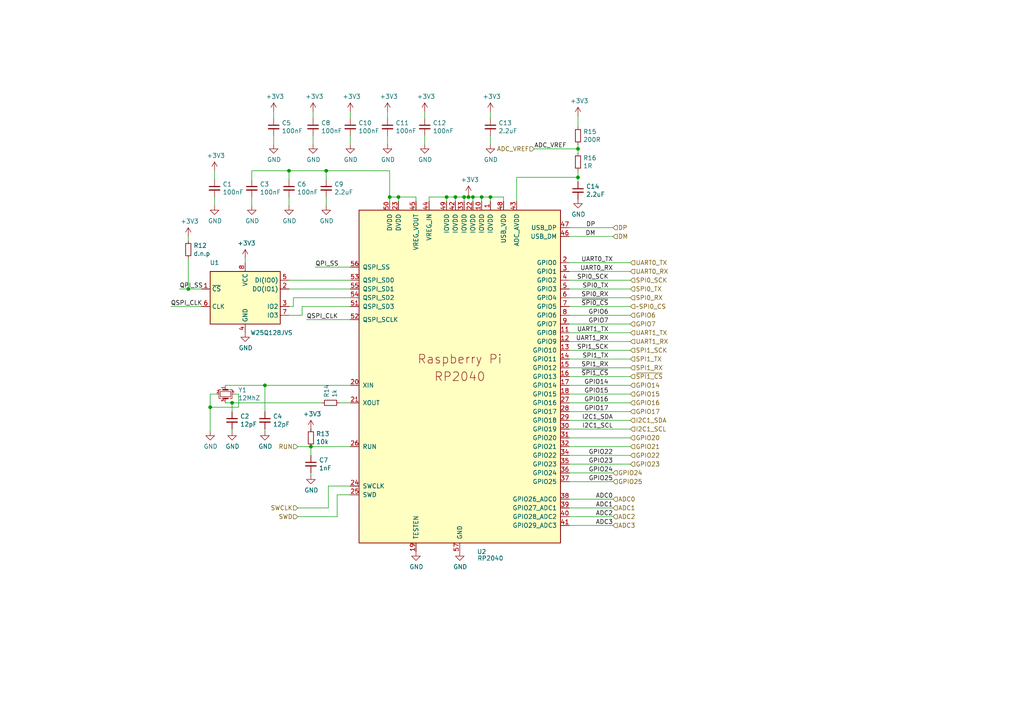
<source format=kicad_sch>
(kicad_sch (version 20211123) (generator eeschema)

  (uuid 1895faed-13c7-4877-930c-ef39a1d7419c)

  (paper "A4")

  (lib_symbols
    (symbol "Device:C_Small" (pin_numbers hide) (pin_names (offset 0.254) hide) (in_bom yes) (on_board yes)
      (property "Reference" "C" (id 0) (at 0.254 1.778 0)
        (effects (font (size 1.27 1.27)) (justify left))
      )
      (property "Value" "C_Small" (id 1) (at 0.254 -2.032 0)
        (effects (font (size 1.27 1.27)) (justify left))
      )
      (property "Footprint" "" (id 2) (at 0 0 0)
        (effects (font (size 1.27 1.27)) hide)
      )
      (property "Datasheet" "~" (id 3) (at 0 0 0)
        (effects (font (size 1.27 1.27)) hide)
      )
      (property "ki_keywords" "capacitor cap" (id 4) (at 0 0 0)
        (effects (font (size 1.27 1.27)) hide)
      )
      (property "ki_description" "Unpolarized capacitor, small symbol" (id 5) (at 0 0 0)
        (effects (font (size 1.27 1.27)) hide)
      )
      (property "ki_fp_filters" "C_*" (id 6) (at 0 0 0)
        (effects (font (size 1.27 1.27)) hide)
      )
      (symbol "C_Small_0_1"
        (polyline
          (pts
            (xy -1.524 -0.508)
            (xy 1.524 -0.508)
          )
          (stroke (width 0.3302) (type default) (color 0 0 0 0))
          (fill (type none))
        )
        (polyline
          (pts
            (xy -1.524 0.508)
            (xy 1.524 0.508)
          )
          (stroke (width 0.3048) (type default) (color 0 0 0 0))
          (fill (type none))
        )
      )
      (symbol "C_Small_1_1"
        (pin passive line (at 0 2.54 270) (length 2.032)
          (name "~" (effects (font (size 1.27 1.27))))
          (number "1" (effects (font (size 1.27 1.27))))
        )
        (pin passive line (at 0 -2.54 90) (length 2.032)
          (name "~" (effects (font (size 1.27 1.27))))
          (number "2" (effects (font (size 1.27 1.27))))
        )
      )
    )
    (symbol "Device:Crystal_GND24_Small" (pin_names (offset 1.016) hide) (in_bom yes) (on_board yes)
      (property "Reference" "Y" (id 0) (at 1.27 4.445 0)
        (effects (font (size 1.27 1.27)) (justify left))
      )
      (property "Value" "Crystal_GND24_Small" (id 1) (at 1.27 2.54 0)
        (effects (font (size 1.27 1.27)) (justify left))
      )
      (property "Footprint" "" (id 2) (at 0 0 0)
        (effects (font (size 1.27 1.27)) hide)
      )
      (property "Datasheet" "~" (id 3) (at 0 0 0)
        (effects (font (size 1.27 1.27)) hide)
      )
      (property "ki_keywords" "quartz ceramic resonator oscillator" (id 4) (at 0 0 0)
        (effects (font (size 1.27 1.27)) hide)
      )
      (property "ki_description" "Four pin crystal, GND on pins 2 and 4, small symbol" (id 5) (at 0 0 0)
        (effects (font (size 1.27 1.27)) hide)
      )
      (property "ki_fp_filters" "Crystal*" (id 6) (at 0 0 0)
        (effects (font (size 1.27 1.27)) hide)
      )
      (symbol "Crystal_GND24_Small_0_1"
        (rectangle (start -0.762 -1.524) (end 0.762 1.524)
          (stroke (width 0) (type default) (color 0 0 0 0))
          (fill (type none))
        )
        (polyline
          (pts
            (xy -1.27 -0.762)
            (xy -1.27 0.762)
          )
          (stroke (width 0.381) (type default) (color 0 0 0 0))
          (fill (type none))
        )
        (polyline
          (pts
            (xy 1.27 -0.762)
            (xy 1.27 0.762)
          )
          (stroke (width 0.381) (type default) (color 0 0 0 0))
          (fill (type none))
        )
        (polyline
          (pts
            (xy -1.27 -1.27)
            (xy -1.27 -1.905)
            (xy 1.27 -1.905)
            (xy 1.27 -1.27)
          )
          (stroke (width 0) (type default) (color 0 0 0 0))
          (fill (type none))
        )
        (polyline
          (pts
            (xy -1.27 1.27)
            (xy -1.27 1.905)
            (xy 1.27 1.905)
            (xy 1.27 1.27)
          )
          (stroke (width 0) (type default) (color 0 0 0 0))
          (fill (type none))
        )
      )
      (symbol "Crystal_GND24_Small_1_1"
        (pin passive line (at -2.54 0 0) (length 1.27)
          (name "1" (effects (font (size 1.27 1.27))))
          (number "1" (effects (font (size 0.762 0.762))))
        )
        (pin passive line (at 0 -2.54 90) (length 0.635)
          (name "2" (effects (font (size 1.27 1.27))))
          (number "2" (effects (font (size 0.762 0.762))))
        )
        (pin passive line (at 2.54 0 180) (length 1.27)
          (name "3" (effects (font (size 1.27 1.27))))
          (number "3" (effects (font (size 0.762 0.762))))
        )
        (pin passive line (at 0 2.54 270) (length 0.635)
          (name "4" (effects (font (size 1.27 1.27))))
          (number "4" (effects (font (size 0.762 0.762))))
        )
      )
    )
    (symbol "Device:R_Small" (pin_numbers hide) (pin_names (offset 0.254) hide) (in_bom yes) (on_board yes)
      (property "Reference" "R" (id 0) (at 0.762 0.508 0)
        (effects (font (size 1.27 1.27)) (justify left))
      )
      (property "Value" "R_Small" (id 1) (at 0.762 -1.016 0)
        (effects (font (size 1.27 1.27)) (justify left))
      )
      (property "Footprint" "" (id 2) (at 0 0 0)
        (effects (font (size 1.27 1.27)) hide)
      )
      (property "Datasheet" "~" (id 3) (at 0 0 0)
        (effects (font (size 1.27 1.27)) hide)
      )
      (property "ki_keywords" "R resistor" (id 4) (at 0 0 0)
        (effects (font (size 1.27 1.27)) hide)
      )
      (property "ki_description" "Resistor, small symbol" (id 5) (at 0 0 0)
        (effects (font (size 1.27 1.27)) hide)
      )
      (property "ki_fp_filters" "R_*" (id 6) (at 0 0 0)
        (effects (font (size 1.27 1.27)) hide)
      )
      (symbol "R_Small_0_1"
        (rectangle (start -0.762 1.778) (end 0.762 -1.778)
          (stroke (width 0.2032) (type default) (color 0 0 0 0))
          (fill (type none))
        )
      )
      (symbol "R_Small_1_1"
        (pin passive line (at 0 2.54 270) (length 0.762)
          (name "~" (effects (font (size 1.27 1.27))))
          (number "1" (effects (font (size 1.27 1.27))))
        )
        (pin passive line (at 0 -2.54 90) (length 0.762)
          (name "~" (effects (font (size 1.27 1.27))))
          (number "2" (effects (font (size 1.27 1.27))))
        )
      )
    )
    (symbol "Memory_Flash:W25Q128JVS" (in_bom yes) (on_board yes)
      (property "Reference" "U" (id 0) (at -8.89 8.89 0)
        (effects (font (size 1.27 1.27)))
      )
      (property "Value" "W25Q128JVS" (id 1) (at 7.62 8.89 0)
        (effects (font (size 1.27 1.27)))
      )
      (property "Footprint" "Package_SO:SOIC-8_5.23x5.23mm_P1.27mm" (id 2) (at 0 0 0)
        (effects (font (size 1.27 1.27)) hide)
      )
      (property "Datasheet" "http://www.winbond.com/resource-files/w25q128jv_dtr%20revc%2003272018%20plus.pdf" (id 3) (at 0 0 0)
        (effects (font (size 1.27 1.27)) hide)
      )
      (property "ki_keywords" "flash memory SPI QPI DTR" (id 4) (at 0 0 0)
        (effects (font (size 1.27 1.27)) hide)
      )
      (property "ki_description" "128Mb Serial Flash Memory, Standard/Dual/Quad SPI, SOIC-8" (id 5) (at 0 0 0)
        (effects (font (size 1.27 1.27)) hide)
      )
      (property "ki_fp_filters" "SOIC*5.23x5.23mm*P1.27mm*" (id 6) (at 0 0 0)
        (effects (font (size 1.27 1.27)) hide)
      )
      (symbol "W25Q128JVS_0_1"
        (rectangle (start -10.16 7.62) (end 10.16 -7.62)
          (stroke (width 0.254) (type default) (color 0 0 0 0))
          (fill (type background))
        )
      )
      (symbol "W25Q128JVS_1_1"
        (pin input line (at -12.7 2.54 0) (length 2.54)
          (name "~{CS}" (effects (font (size 1.27 1.27))))
          (number "1" (effects (font (size 1.27 1.27))))
        )
        (pin bidirectional line (at 12.7 2.54 180) (length 2.54)
          (name "DO(IO1)" (effects (font (size 1.27 1.27))))
          (number "2" (effects (font (size 1.27 1.27))))
        )
        (pin bidirectional line (at 12.7 -2.54 180) (length 2.54)
          (name "IO2" (effects (font (size 1.27 1.27))))
          (number "3" (effects (font (size 1.27 1.27))))
        )
        (pin power_in line (at 0 -10.16 90) (length 2.54)
          (name "GND" (effects (font (size 1.27 1.27))))
          (number "4" (effects (font (size 1.27 1.27))))
        )
        (pin bidirectional line (at 12.7 5.08 180) (length 2.54)
          (name "DI(IO0)" (effects (font (size 1.27 1.27))))
          (number "5" (effects (font (size 1.27 1.27))))
        )
        (pin input line (at -12.7 -2.54 0) (length 2.54)
          (name "CLK" (effects (font (size 1.27 1.27))))
          (number "6" (effects (font (size 1.27 1.27))))
        )
        (pin bidirectional line (at 12.7 -5.08 180) (length 2.54)
          (name "IO3" (effects (font (size 1.27 1.27))))
          (number "7" (effects (font (size 1.27 1.27))))
        )
        (pin power_in line (at 0 10.16 270) (length 2.54)
          (name "VCC" (effects (font (size 1.27 1.27))))
          (number "8" (effects (font (size 1.27 1.27))))
        )
      )
    )
    (symbol "b018:RP2040" (pin_names (offset 1.016)) (in_bom yes) (on_board yes)
      (property "Reference" "U" (id 0) (at -29.21 49.53 0)
        (effects (font (size 1.27 1.27)))
      )
      (property "Value" "RP2040" (id 1) (at 24.13 -49.53 0)
        (effects (font (size 1.27 1.27)))
      )
      (property "Footprint" "RP2040_minimal:RP2040-QFN-56" (id 2) (at -19.05 0 0)
        (effects (font (size 1.27 1.27)) hide)
      )
      (property "Datasheet" "" (id 3) (at -19.05 0 0)
        (effects (font (size 1.27 1.27)) hide)
      )
      (symbol "RP2040_0_0"
        (text "Raspberry Pi" (at 0 5.08 0)
          (effects (font (size 2.54 2.54)))
        )
        (text "RP2040" (at 0 0 0)
          (effects (font (size 2.54 2.54)))
        )
      )
      (symbol "RP2040_0_1"
        (rectangle (start 29.21 48.26) (end -29.21 -48.26)
          (stroke (width 0.254) (type default) (color 0 0 0 0))
          (fill (type background))
        )
      )
      (symbol "RP2040_1_1"
        (pin power_in line (at 8.89 50.8 270) (length 2.54)
          (name "IOVDD" (effects (font (size 1.27 1.27))))
          (number "1" (effects (font (size 1.27 1.27))))
        )
        (pin power_in line (at 6.35 50.8 270) (length 2.54)
          (name "IOVDD" (effects (font (size 1.27 1.27))))
          (number "10" (effects (font (size 1.27 1.27))))
        )
        (pin bidirectional line (at 31.75 12.7 180) (length 2.54)
          (name "GPIO8" (effects (font (size 1.27 1.27))))
          (number "11" (effects (font (size 1.27 1.27))))
        )
        (pin bidirectional line (at 31.75 10.16 180) (length 2.54)
          (name "GPIO9" (effects (font (size 1.27 1.27))))
          (number "12" (effects (font (size 1.27 1.27))))
        )
        (pin bidirectional line (at 31.75 7.62 180) (length 2.54)
          (name "GPIO10" (effects (font (size 1.27 1.27))))
          (number "13" (effects (font (size 1.27 1.27))))
        )
        (pin bidirectional line (at 31.75 5.08 180) (length 2.54)
          (name "GPIO11" (effects (font (size 1.27 1.27))))
          (number "14" (effects (font (size 1.27 1.27))))
        )
        (pin bidirectional line (at 31.75 2.54 180) (length 2.54)
          (name "GPIO12" (effects (font (size 1.27 1.27))))
          (number "15" (effects (font (size 1.27 1.27))))
        )
        (pin bidirectional line (at 31.75 0 180) (length 2.54)
          (name "GPIO13" (effects (font (size 1.27 1.27))))
          (number "16" (effects (font (size 1.27 1.27))))
        )
        (pin bidirectional line (at 31.75 -2.54 180) (length 2.54)
          (name "GPIO14" (effects (font (size 1.27 1.27))))
          (number "17" (effects (font (size 1.27 1.27))))
        )
        (pin bidirectional line (at 31.75 -5.08 180) (length 2.54)
          (name "GPIO15" (effects (font (size 1.27 1.27))))
          (number "18" (effects (font (size 1.27 1.27))))
        )
        (pin passive line (at -12.7 -50.8 90) (length 2.54)
          (name "TESTEN" (effects (font (size 1.27 1.27))))
          (number "19" (effects (font (size 1.27 1.27))))
        )
        (pin bidirectional line (at 31.75 33.02 180) (length 2.54)
          (name "GPIO0" (effects (font (size 1.27 1.27))))
          (number "2" (effects (font (size 1.27 1.27))))
        )
        (pin input line (at -31.75 -2.54 0) (length 2.54)
          (name "XIN" (effects (font (size 1.27 1.27))))
          (number "20" (effects (font (size 1.27 1.27))))
        )
        (pin passive line (at -31.75 -7.62 0) (length 2.54)
          (name "XOUT" (effects (font (size 1.27 1.27))))
          (number "21" (effects (font (size 1.27 1.27))))
        )
        (pin power_in line (at 3.81 50.8 270) (length 2.54)
          (name "IOVDD" (effects (font (size 1.27 1.27))))
          (number "22" (effects (font (size 1.27 1.27))))
        )
        (pin power_in line (at -17.78 50.8 270) (length 2.54)
          (name "DVDD" (effects (font (size 1.27 1.27))))
          (number "23" (effects (font (size 1.27 1.27))))
        )
        (pin output line (at -31.75 -31.75 0) (length 2.54)
          (name "SWCLK" (effects (font (size 1.27 1.27))))
          (number "24" (effects (font (size 1.27 1.27))))
        )
        (pin bidirectional line (at -31.75 -34.29 0) (length 2.54)
          (name "SWD" (effects (font (size 1.27 1.27))))
          (number "25" (effects (font (size 1.27 1.27))))
        )
        (pin input line (at -31.75 -20.32 0) (length 2.54)
          (name "RUN" (effects (font (size 1.27 1.27))))
          (number "26" (effects (font (size 1.27 1.27))))
        )
        (pin bidirectional line (at 31.75 -7.62 180) (length 2.54)
          (name "GPIO16" (effects (font (size 1.27 1.27))))
          (number "27" (effects (font (size 1.27 1.27))))
        )
        (pin bidirectional line (at 31.75 -10.16 180) (length 2.54)
          (name "GPIO17" (effects (font (size 1.27 1.27))))
          (number "28" (effects (font (size 1.27 1.27))))
        )
        (pin bidirectional line (at 31.75 -12.7 180) (length 2.54)
          (name "GPIO18" (effects (font (size 1.27 1.27))))
          (number "29" (effects (font (size 1.27 1.27))))
        )
        (pin bidirectional line (at 31.75 30.48 180) (length 2.54)
          (name "GPIO1" (effects (font (size 1.27 1.27))))
          (number "3" (effects (font (size 1.27 1.27))))
        )
        (pin bidirectional line (at 31.75 -15.24 180) (length 2.54)
          (name "GPIO19" (effects (font (size 1.27 1.27))))
          (number "30" (effects (font (size 1.27 1.27))))
        )
        (pin bidirectional line (at 31.75 -17.78 180) (length 2.54)
          (name "GPIO20" (effects (font (size 1.27 1.27))))
          (number "31" (effects (font (size 1.27 1.27))))
        )
        (pin bidirectional line (at 31.75 -20.32 180) (length 2.54)
          (name "GPIO21" (effects (font (size 1.27 1.27))))
          (number "32" (effects (font (size 1.27 1.27))))
        )
        (pin power_in line (at 1.27 50.8 270) (length 2.54)
          (name "IOVDD" (effects (font (size 1.27 1.27))))
          (number "33" (effects (font (size 1.27 1.27))))
        )
        (pin bidirectional line (at 31.75 -22.86 180) (length 2.54)
          (name "GPIO22" (effects (font (size 1.27 1.27))))
          (number "34" (effects (font (size 1.27 1.27))))
        )
        (pin bidirectional line (at 31.75 -25.4 180) (length 2.54)
          (name "GPIO23" (effects (font (size 1.27 1.27))))
          (number "35" (effects (font (size 1.27 1.27))))
        )
        (pin bidirectional line (at 31.75 -27.94 180) (length 2.54)
          (name "GPIO24" (effects (font (size 1.27 1.27))))
          (number "36" (effects (font (size 1.27 1.27))))
        )
        (pin bidirectional line (at 31.75 -30.48 180) (length 2.54)
          (name "GPIO25" (effects (font (size 1.27 1.27))))
          (number "37" (effects (font (size 1.27 1.27))))
        )
        (pin bidirectional line (at 31.75 -35.56 180) (length 2.54)
          (name "GPIO26_ADC0" (effects (font (size 1.27 1.27))))
          (number "38" (effects (font (size 1.27 1.27))))
        )
        (pin bidirectional line (at 31.75 -38.1 180) (length 2.54)
          (name "GPIO27_ADC1" (effects (font (size 1.27 1.27))))
          (number "39" (effects (font (size 1.27 1.27))))
        )
        (pin bidirectional line (at 31.75 27.94 180) (length 2.54)
          (name "GPIO2" (effects (font (size 1.27 1.27))))
          (number "4" (effects (font (size 1.27 1.27))))
        )
        (pin bidirectional line (at 31.75 -40.64 180) (length 2.54)
          (name "GPIO28_ADC2" (effects (font (size 1.27 1.27))))
          (number "40" (effects (font (size 1.27 1.27))))
        )
        (pin bidirectional line (at 31.75 -43.18 180) (length 2.54)
          (name "GPIO29_ADC3" (effects (font (size 1.27 1.27))))
          (number "41" (effects (font (size 1.27 1.27))))
        )
        (pin power_in line (at -1.27 50.8 270) (length 2.54)
          (name "IOVDD" (effects (font (size 1.27 1.27))))
          (number "42" (effects (font (size 1.27 1.27))))
        )
        (pin power_in line (at 16.51 50.8 270) (length 2.54)
          (name "ADC_AVDD" (effects (font (size 1.27 1.27))))
          (number "43" (effects (font (size 1.27 1.27))))
        )
        (pin power_in line (at -8.89 50.8 270) (length 2.54)
          (name "VREG_IN" (effects (font (size 1.27 1.27))))
          (number "44" (effects (font (size 1.27 1.27))))
        )
        (pin power_out line (at -12.7 50.8 270) (length 2.54)
          (name "VREG_VOUT" (effects (font (size 1.27 1.27))))
          (number "45" (effects (font (size 1.27 1.27))))
        )
        (pin bidirectional line (at 31.75 40.64 180) (length 2.54)
          (name "USB_DM" (effects (font (size 1.27 1.27))))
          (number "46" (effects (font (size 1.27 1.27))))
        )
        (pin bidirectional line (at 31.75 43.18 180) (length 2.54)
          (name "USB_DP" (effects (font (size 1.27 1.27))))
          (number "47" (effects (font (size 1.27 1.27))))
        )
        (pin power_in line (at 12.7 50.8 270) (length 2.54)
          (name "USB_VDD" (effects (font (size 1.27 1.27))))
          (number "48" (effects (font (size 1.27 1.27))))
        )
        (pin power_in line (at -3.81 50.8 270) (length 2.54)
          (name "IOVDD" (effects (font (size 1.27 1.27))))
          (number "49" (effects (font (size 1.27 1.27))))
        )
        (pin bidirectional line (at 31.75 25.4 180) (length 2.54)
          (name "GPIO3" (effects (font (size 1.27 1.27))))
          (number "5" (effects (font (size 1.27 1.27))))
        )
        (pin power_in line (at -20.32 50.8 270) (length 2.54)
          (name "DVDD" (effects (font (size 1.27 1.27))))
          (number "50" (effects (font (size 1.27 1.27))))
        )
        (pin bidirectional line (at -31.75 20.32 0) (length 2.54)
          (name "QSPI_SD3" (effects (font (size 1.27 1.27))))
          (number "51" (effects (font (size 1.27 1.27))))
        )
        (pin output line (at -31.75 16.51 0) (length 2.54)
          (name "QSPI_SCLK" (effects (font (size 1.27 1.27))))
          (number "52" (effects (font (size 1.27 1.27))))
        )
        (pin bidirectional line (at -31.75 27.94 0) (length 2.54)
          (name "QSPI_SD0" (effects (font (size 1.27 1.27))))
          (number "53" (effects (font (size 1.27 1.27))))
        )
        (pin bidirectional line (at -31.75 22.86 0) (length 2.54)
          (name "QSPI_SD2" (effects (font (size 1.27 1.27))))
          (number "54" (effects (font (size 1.27 1.27))))
        )
        (pin bidirectional line (at -31.75 25.4 0) (length 2.54)
          (name "QSPI_SD1" (effects (font (size 1.27 1.27))))
          (number "55" (effects (font (size 1.27 1.27))))
        )
        (pin bidirectional line (at -31.75 31.75 0) (length 2.54)
          (name "QSPI_SS" (effects (font (size 1.27 1.27))))
          (number "56" (effects (font (size 1.27 1.27))))
        )
        (pin power_in line (at 0 -50.8 90) (length 2.54)
          (name "GND" (effects (font (size 1.27 1.27))))
          (number "57" (effects (font (size 1.27 1.27))))
        )
        (pin bidirectional line (at 31.75 22.86 180) (length 2.54)
          (name "GPIO4" (effects (font (size 1.27 1.27))))
          (number "6" (effects (font (size 1.27 1.27))))
        )
        (pin bidirectional line (at 31.75 20.32 180) (length 2.54)
          (name "GPIO5" (effects (font (size 1.27 1.27))))
          (number "7" (effects (font (size 1.27 1.27))))
        )
        (pin bidirectional line (at 31.75 17.78 180) (length 2.54)
          (name "GPIO6" (effects (font (size 1.27 1.27))))
          (number "8" (effects (font (size 1.27 1.27))))
        )
        (pin bidirectional line (at 31.75 15.24 180) (length 2.54)
          (name "GPIO7" (effects (font (size 1.27 1.27))))
          (number "9" (effects (font (size 1.27 1.27))))
        )
      )
    )
    (symbol "power:+3.3V" (power) (pin_names (offset 0)) (in_bom yes) (on_board yes)
      (property "Reference" "#PWR" (id 0) (at 0 -3.81 0)
        (effects (font (size 1.27 1.27)) hide)
      )
      (property "Value" "+3.3V" (id 1) (at 0 3.556 0)
        (effects (font (size 1.27 1.27)))
      )
      (property "Footprint" "" (id 2) (at 0 0 0)
        (effects (font (size 1.27 1.27)) hide)
      )
      (property "Datasheet" "" (id 3) (at 0 0 0)
        (effects (font (size 1.27 1.27)) hide)
      )
      (property "ki_keywords" "power-flag" (id 4) (at 0 0 0)
        (effects (font (size 1.27 1.27)) hide)
      )
      (property "ki_description" "Power symbol creates a global label with name \"+3.3V\"" (id 5) (at 0 0 0)
        (effects (font (size 1.27 1.27)) hide)
      )
      (symbol "+3.3V_0_1"
        (polyline
          (pts
            (xy -0.762 1.27)
            (xy 0 2.54)
          )
          (stroke (width 0) (type default) (color 0 0 0 0))
          (fill (type none))
        )
        (polyline
          (pts
            (xy 0 0)
            (xy 0 2.54)
          )
          (stroke (width 0) (type default) (color 0 0 0 0))
          (fill (type none))
        )
        (polyline
          (pts
            (xy 0 2.54)
            (xy 0.762 1.27)
          )
          (stroke (width 0) (type default) (color 0 0 0 0))
          (fill (type none))
        )
      )
      (symbol "+3.3V_1_1"
        (pin power_in line (at 0 0 90) (length 0) hide
          (name "+3V3" (effects (font (size 1.27 1.27))))
          (number "1" (effects (font (size 1.27 1.27))))
        )
      )
    )
    (symbol "power:GND" (power) (pin_names (offset 0)) (in_bom yes) (on_board yes)
      (property "Reference" "#PWR" (id 0) (at 0 -6.35 0)
        (effects (font (size 1.27 1.27)) hide)
      )
      (property "Value" "GND" (id 1) (at 0 -3.81 0)
        (effects (font (size 1.27 1.27)))
      )
      (property "Footprint" "" (id 2) (at 0 0 0)
        (effects (font (size 1.27 1.27)) hide)
      )
      (property "Datasheet" "" (id 3) (at 0 0 0)
        (effects (font (size 1.27 1.27)) hide)
      )
      (property "ki_keywords" "power-flag" (id 4) (at 0 0 0)
        (effects (font (size 1.27 1.27)) hide)
      )
      (property "ki_description" "Power symbol creates a global label with name \"GND\" , ground" (id 5) (at 0 0 0)
        (effects (font (size 1.27 1.27)) hide)
      )
      (symbol "GND_0_1"
        (polyline
          (pts
            (xy 0 0)
            (xy 0 -1.27)
            (xy 1.27 -1.27)
            (xy 0 -2.54)
            (xy -1.27 -1.27)
            (xy 0 -1.27)
          )
          (stroke (width 0) (type default) (color 0 0 0 0))
          (fill (type none))
        )
      )
      (symbol "GND_1_1"
        (pin power_in line (at 0 0 270) (length 0) hide
          (name "GND" (effects (font (size 1.27 1.27))))
          (number "1" (effects (font (size 1.27 1.27))))
        )
      )
    )
  )

  (junction (at 115.57 57.15) (diameter 0) (color 0 0 0 0)
    (uuid 07a4f84b-7313-44f2-946b-9a3a5fd564bb)
  )
  (junction (at 167.64 43.18) (diameter 0) (color 0 0 0 0)
    (uuid 241b1126-ac2b-44c7-908a-af47a75c76a9)
  )
  (junction (at 83.82 49.53) (diameter 0) (color 0 0 0 0)
    (uuid 266945ea-c58a-491d-aca2-7fb0eaa7d9f1)
  )
  (junction (at 54.61 83.82) (diameter 0) (color 0 0 0 0)
    (uuid 2a12f317-380e-416c-88f3-8213bd5e9097)
  )
  (junction (at 139.7 57.15) (diameter 0) (color 0 0 0 0)
    (uuid 31b7b12f-62ef-4c4a-8e1b-c1b3cd6ea85e)
  )
  (junction (at 90.17 129.54) (diameter 0) (color 0 0 0 0)
    (uuid 3841b2b1-9813-4a91-996e-8dd6234686b1)
  )
  (junction (at 142.24 57.15) (diameter 0) (color 0 0 0 0)
    (uuid 4f319bf7-1524-4c48-a0e2-7dc7b3922ca5)
  )
  (junction (at 76.835 111.76) (diameter 0) (color 0 0 0 0)
    (uuid 5ef00291-79f1-4d46-9835-8a9b9bd73523)
  )
  (junction (at 134.62 57.15) (diameter 0) (color 0 0 0 0)
    (uuid a56829a2-0a2b-4ea6-8904-6987f35e13e9)
  )
  (junction (at 132.08 57.15) (diameter 0) (color 0 0 0 0)
    (uuid a95e96aa-a73e-42fa-b851-1e39976b4d17)
  )
  (junction (at 135.89 57.15) (diameter 0) (color 0 0 0 0)
    (uuid ab1cafff-6a2b-4ece-9620-202b8e04bec3)
  )
  (junction (at 129.54 57.15) (diameter 0) (color 0 0 0 0)
    (uuid afa08eed-61f5-4622-85d0-f94701a92d2f)
  )
  (junction (at 94.615 49.53) (diameter 0) (color 0 0 0 0)
    (uuid b6f177ca-054e-464c-9e25-84b3b549cd84)
  )
  (junction (at 167.64 51.435) (diameter 0) (color 0 0 0 0)
    (uuid c6a93f53-75fb-4f7f-a6d9-d9c440dff8a3)
  )
  (junction (at 137.16 57.15) (diameter 0) (color 0 0 0 0)
    (uuid ca5087d6-5f91-4ec8-bc12-c9adcf972326)
  )
  (junction (at 113.03 57.15) (diameter 0) (color 0 0 0 0)
    (uuid cb810844-a2be-4ad3-8b73-21335c10123c)
  )
  (junction (at 60.96 118.11) (diameter 0) (color 0 0 0 0)
    (uuid de038ba0-33de-43ea-9074-d024f8705282)
  )
  (junction (at 67.31 116.84) (diameter 0) (color 0 0 0 0)
    (uuid ed42fa72-87b8-40a0-a5b3-6bf77d89b10e)
  )

  (wire (pts (xy 86.36 149.86) (xy 97.79 149.86))
    (stroke (width 0) (type default) (color 0 0 0 0))
    (uuid 0031a90b-e21d-46ab-9457-573eb5c2bc9f)
  )
  (wire (pts (xy 85.09 86.36) (xy 101.6 86.36))
    (stroke (width 0) (type default) (color 0 0 0 0))
    (uuid 004518b5-f430-4eaa-b1b5-1c0426f69ef4)
  )
  (wire (pts (xy 112.395 34.29) (xy 112.395 32.385))
    (stroke (width 0) (type default) (color 0 0 0 0))
    (uuid 02c4cf8a-282a-4d97-8863-ae9183f82d43)
  )
  (wire (pts (xy 142.24 58.42) (xy 142.24 57.15))
    (stroke (width 0) (type default) (color 0 0 0 0))
    (uuid 035f298d-92ec-43a0-86eb-d32c3a2afbc3)
  )
  (wire (pts (xy 165.1 147.32) (xy 177.8 147.32))
    (stroke (width 0) (type default) (color 0 0 0 0))
    (uuid 03a84e17-ebf8-483f-958a-210316c67e6b)
  )
  (wire (pts (xy 87.63 91.44) (xy 87.63 88.9))
    (stroke (width 0) (type default) (color 0 0 0 0))
    (uuid 0648bce7-7bad-4db0-9ddb-1f90674c3635)
  )
  (wire (pts (xy 139.7 57.15) (xy 139.7 58.42))
    (stroke (width 0) (type default) (color 0 0 0 0))
    (uuid 069b090f-d189-4d40-8e8b-1762dd68492b)
  )
  (wire (pts (xy 165.1 144.78) (xy 177.8 144.78))
    (stroke (width 0) (type default) (color 0 0 0 0))
    (uuid 070b687e-b2b4-4b6c-a90e-8534fd24d185)
  )
  (wire (pts (xy 73.025 49.53) (xy 83.82 49.53))
    (stroke (width 0) (type default) (color 0 0 0 0))
    (uuid 07d3b986-4d53-45c8-a9f2-689538c2676f)
  )
  (wire (pts (xy 86.36 129.54) (xy 90.17 129.54))
    (stroke (width 0) (type default) (color 0 0 0 0))
    (uuid 08976e43-014f-41fe-9fa8-eebfeb8d5640)
  )
  (wire (pts (xy 101.6 34.29) (xy 101.6 32.385))
    (stroke (width 0) (type default) (color 0 0 0 0))
    (uuid 0a140460-d8e3-4a0c-b480-dfbf4c355186)
  )
  (wire (pts (xy 54.61 74.93) (xy 54.61 83.82))
    (stroke (width 0) (type default) (color 0 0 0 0))
    (uuid 0bd01b82-4d1c-4f47-8f26-26b514dd4d1c)
  )
  (wire (pts (xy 79.375 41.91) (xy 79.375 39.37))
    (stroke (width 0) (type default) (color 0 0 0 0))
    (uuid 0cca3fd7-1199-491a-800f-d48d99a81766)
  )
  (wire (pts (xy 146.05 58.42) (xy 146.05 57.15))
    (stroke (width 0) (type default) (color 0 0 0 0))
    (uuid 0f17862e-ed50-4e8d-946a-ce18a4c32cd7)
  )
  (wire (pts (xy 60.96 118.11) (xy 69.215 118.11))
    (stroke (width 0) (type default) (color 0 0 0 0))
    (uuid 1718ecd5-fdc0-4397-badf-e2768f00fbcd)
  )
  (wire (pts (xy 165.1 104.14) (xy 182.88 104.14))
    (stroke (width 0) (type default) (color 0 0 0 0))
    (uuid 17f8fcef-f9f0-4d9a-b42a-6394a6f3262a)
  )
  (wire (pts (xy 76.835 111.76) (xy 101.6 111.76))
    (stroke (width 0) (type default) (color 0 0 0 0))
    (uuid 19a2622b-a8f9-4289-99f1-5f011c691dba)
  )
  (wire (pts (xy 113.03 57.15) (xy 113.03 58.42))
    (stroke (width 0) (type default) (color 0 0 0 0))
    (uuid 1a4294cf-f9d7-4a14-b734-b2df1b5bb03c)
  )
  (wire (pts (xy 165.1 78.74) (xy 182.88 78.74))
    (stroke (width 0) (type default) (color 0 0 0 0))
    (uuid 1d3b688b-994a-4825-a2cd-8185460dd53f)
  )
  (wire (pts (xy 95.25 140.97) (xy 95.25 147.32))
    (stroke (width 0) (type default) (color 0 0 0 0))
    (uuid 1e216e71-46d1-44de-a04d-3133bf7099c9)
  )
  (wire (pts (xy 86.36 147.32) (xy 95.25 147.32))
    (stroke (width 0) (type default) (color 0 0 0 0))
    (uuid 1f0da248-6d86-4b3a-be30-01becccd286c)
  )
  (wire (pts (xy 73.025 52.07) (xy 73.025 49.53))
    (stroke (width 0) (type default) (color 0 0 0 0))
    (uuid 1f115fb3-08cb-4535-9b92-cb800c479296)
  )
  (wire (pts (xy 167.64 43.18) (xy 154.94 43.18))
    (stroke (width 0) (type default) (color 0 0 0 0))
    (uuid 23dd7b20-de24-4b5d-9e35-d64ab9d3ec5c)
  )
  (wire (pts (xy 132.08 57.15) (xy 132.08 58.42))
    (stroke (width 0) (type default) (color 0 0 0 0))
    (uuid 2462bc61-c68c-4460-ac84-ee69780c49ea)
  )
  (wire (pts (xy 165.1 109.22) (xy 182.88 109.22))
    (stroke (width 0) (type default) (color 0 0 0 0))
    (uuid 27066b63-e8a1-4234-92b2-3f96985925a5)
  )
  (wire (pts (xy 115.57 57.15) (xy 120.65 57.15))
    (stroke (width 0) (type default) (color 0 0 0 0))
    (uuid 278ddaed-219f-4668-b15e-391df2d30314)
  )
  (wire (pts (xy 142.24 34.29) (xy 142.24 32.385))
    (stroke (width 0) (type default) (color 0 0 0 0))
    (uuid 283b1f02-a246-41f6-9d7d-2f3372270acc)
  )
  (wire (pts (xy 54.61 83.82) (xy 58.42 83.82))
    (stroke (width 0) (type default) (color 0 0 0 0))
    (uuid 2972cb29-bbb6-45ba-a779-c1e3dbdca70f)
  )
  (wire (pts (xy 101.6 140.97) (xy 95.25 140.97))
    (stroke (width 0) (type default) (color 0 0 0 0))
    (uuid 2bd1aca9-6fa8-48a4-b1f0-0c143fe7785c)
  )
  (wire (pts (xy 165.1 96.52) (xy 182.88 96.52))
    (stroke (width 0) (type default) (color 0 0 0 0))
    (uuid 312f2d3d-8a8c-4166-b65a-69f1f71f159a)
  )
  (wire (pts (xy 135.89 57.15) (xy 134.62 57.15))
    (stroke (width 0) (type default) (color 0 0 0 0))
    (uuid 3143a744-e08f-4881-a938-9b42a8df7f24)
  )
  (wire (pts (xy 135.89 56.515) (xy 135.89 57.15))
    (stroke (width 0) (type default) (color 0 0 0 0))
    (uuid 3486bf3b-a35b-48a1-a917-ab6c222e0dbe)
  )
  (wire (pts (xy 165.1 66.04) (xy 177.8 66.04))
    (stroke (width 0) (type default) (color 0 0 0 0))
    (uuid 363ff6e5-7239-4e28-9845-7396797d2866)
  )
  (wire (pts (xy 134.62 57.15) (xy 134.62 58.42))
    (stroke (width 0) (type default) (color 0 0 0 0))
    (uuid 39c51ab3-3abf-4f63-9c2e-47d7cb1e82e7)
  )
  (wire (pts (xy 142.24 57.15) (xy 139.7 57.15))
    (stroke (width 0) (type default) (color 0 0 0 0))
    (uuid 3e20213a-3dda-4f50-910b-2a4e948962aa)
  )
  (wire (pts (xy 76.835 119.38) (xy 76.835 111.76))
    (stroke (width 0) (type default) (color 0 0 0 0))
    (uuid 4291492f-76de-42e4-b018-6f907d70d972)
  )
  (wire (pts (xy 167.64 36.83) (xy 167.64 33.655))
    (stroke (width 0) (type default) (color 0 0 0 0))
    (uuid 43e4983e-33fa-4bb2-994a-f0ed4cebb861)
  )
  (wire (pts (xy 165.1 99.06) (xy 182.88 99.06))
    (stroke (width 0) (type default) (color 0 0 0 0))
    (uuid 44ed72ec-3f98-4276-ac3b-d85cd37a2214)
  )
  (wire (pts (xy 165.1 134.62) (xy 182.88 134.62))
    (stroke (width 0) (type default) (color 0 0 0 0))
    (uuid 450865c5-f4c5-490e-8260-ce19d9b0f678)
  )
  (wire (pts (xy 165.1 149.86) (xy 177.8 149.86))
    (stroke (width 0) (type default) (color 0 0 0 0))
    (uuid 457511ed-997a-46d1-ae53-7d193e3e9c23)
  )
  (wire (pts (xy 69.215 118.11) (xy 69.215 114.3))
    (stroke (width 0) (type default) (color 0 0 0 0))
    (uuid 4607966a-81c3-4fe7-81b0-a9b62d1fc67b)
  )
  (wire (pts (xy 149.86 51.435) (xy 149.86 58.42))
    (stroke (width 0) (type default) (color 0 0 0 0))
    (uuid 46c02bc5-bb93-4cd6-a9b3-0c54e8213c30)
  )
  (wire (pts (xy 65.405 111.76) (xy 76.835 111.76))
    (stroke (width 0) (type default) (color 0 0 0 0))
    (uuid 477c383b-9ee4-4612-a7bd-b713fbfc9fb5)
  )
  (wire (pts (xy 90.17 129.54) (xy 90.17 132.08))
    (stroke (width 0) (type default) (color 0 0 0 0))
    (uuid 49af5ed2-ac43-4407-be35-ce40611870fd)
  )
  (wire (pts (xy 90.805 34.29) (xy 90.805 32.385))
    (stroke (width 0) (type default) (color 0 0 0 0))
    (uuid 4a516433-bca6-4265-b346-13f06ded9b88)
  )
  (wire (pts (xy 91.44 77.47) (xy 101.6 77.47))
    (stroke (width 0) (type default) (color 0 0 0 0))
    (uuid 4b73d58d-4ada-4105-aeb4-0207ed862a14)
  )
  (wire (pts (xy 167.64 51.435) (xy 149.86 51.435))
    (stroke (width 0) (type default) (color 0 0 0 0))
    (uuid 4ba6dc8d-39ac-4e06-90f2-4336622d3f63)
  )
  (wire (pts (xy 54.61 68.58) (xy 54.61 69.85))
    (stroke (width 0) (type default) (color 0 0 0 0))
    (uuid 4bb8c950-03f3-4090-adf9-a68e301044f9)
  )
  (wire (pts (xy 62.23 59.69) (xy 62.23 57.15))
    (stroke (width 0) (type default) (color 0 0 0 0))
    (uuid 4d821266-c5d0-43bb-a391-a0d30ec337d6)
  )
  (wire (pts (xy 165.1 101.6) (xy 182.88 101.6))
    (stroke (width 0) (type default) (color 0 0 0 0))
    (uuid 4db2883a-afae-4e70-9747-304c7e8a3e56)
  )
  (wire (pts (xy 113.03 49.53) (xy 113.03 57.15))
    (stroke (width 0) (type default) (color 0 0 0 0))
    (uuid 4e0b1cdd-7c4a-499e-a10e-99efb977d1fb)
  )
  (wire (pts (xy 139.7 57.15) (xy 137.16 57.15))
    (stroke (width 0) (type default) (color 0 0 0 0))
    (uuid 4fc31756-99bf-4ac3-bac5-406ede560e1a)
  )
  (wire (pts (xy 165.1 111.76) (xy 182.88 111.76))
    (stroke (width 0) (type default) (color 0 0 0 0))
    (uuid 5154565d-16e7-4ca7-a117-638f4f8bdacb)
  )
  (wire (pts (xy 165.1 127) (xy 182.88 127))
    (stroke (width 0) (type default) (color 0 0 0 0))
    (uuid 51b6f55c-82a3-4856-b743-3727a486300f)
  )
  (wire (pts (xy 87.63 88.9) (xy 101.6 88.9))
    (stroke (width 0) (type default) (color 0 0 0 0))
    (uuid 53f138a9-f8aa-4a1e-a009-0d7cb33e8372)
  )
  (wire (pts (xy 115.57 57.15) (xy 115.57 58.42))
    (stroke (width 0) (type default) (color 0 0 0 0))
    (uuid 571d5e42-3eca-4f43-9326-420776679cbf)
  )
  (wire (pts (xy 94.615 59.69) (xy 94.615 57.15))
    (stroke (width 0) (type default) (color 0 0 0 0))
    (uuid 583b217a-ee6c-4c38-bf17-6f9fc8f58324)
  )
  (wire (pts (xy 94.615 49.53) (xy 113.03 49.53))
    (stroke (width 0) (type default) (color 0 0 0 0))
    (uuid 59da5920-5d6f-4dd4-9a41-ed351407d796)
  )
  (wire (pts (xy 69.215 114.3) (xy 67.945 114.3))
    (stroke (width 0) (type default) (color 0 0 0 0))
    (uuid 59e2dfb5-312d-4d59-8dd1-8e0405ba68ae)
  )
  (wire (pts (xy 49.53 88.9) (xy 58.42 88.9))
    (stroke (width 0) (type default) (color 0 0 0 0))
    (uuid 5b77d058-9b9b-410a-b8ce-4dff17abe666)
  )
  (wire (pts (xy 124.46 57.15) (xy 129.54 57.15))
    (stroke (width 0) (type default) (color 0 0 0 0))
    (uuid 5c703f31-3517-4306-98f6-7dfcb6f22856)
  )
  (wire (pts (xy 165.1 114.3) (xy 182.88 114.3))
    (stroke (width 0) (type default) (color 0 0 0 0))
    (uuid 5f261a3e-b228-4997-bfde-aef0de4fc2a3)
  )
  (wire (pts (xy 83.82 81.28) (xy 101.6 81.28))
    (stroke (width 0) (type default) (color 0 0 0 0))
    (uuid 5f5f4b3d-6ced-43de-a752-2986848a2e5a)
  )
  (wire (pts (xy 88.9 92.71) (xy 101.6 92.71))
    (stroke (width 0) (type default) (color 0 0 0 0))
    (uuid 6d4f4291-2970-474f-b147-d447117a78fc)
  )
  (wire (pts (xy 60.96 118.11) (xy 60.96 125.095))
    (stroke (width 0) (type default) (color 0 0 0 0))
    (uuid 6f302843-4a47-4537-ac36-afad7d893dbe)
  )
  (wire (pts (xy 90.17 129.54) (xy 101.6 129.54))
    (stroke (width 0) (type default) (color 0 0 0 0))
    (uuid 71f68d78-f41d-4efa-ad59-abf3548e0b8f)
  )
  (wire (pts (xy 177.8 139.7) (xy 165.1 139.7))
    (stroke (width 0) (type default) (color 0 0 0 0))
    (uuid 79d17db6-4c4b-4e9b-bced-ef6294c0026f)
  )
  (wire (pts (xy 177.8 152.4) (xy 165.1 152.4))
    (stroke (width 0) (type default) (color 0 0 0 0))
    (uuid 7ba86193-038a-48dd-930e-d738ea74fce1)
  )
  (wire (pts (xy 165.1 124.46) (xy 182.88 124.46))
    (stroke (width 0) (type default) (color 0 0 0 0))
    (uuid 7bbcd1f1-05c6-44de-b321-e84db6f56004)
  )
  (wire (pts (xy 97.79 143.51) (xy 101.6 143.51))
    (stroke (width 0) (type default) (color 0 0 0 0))
    (uuid 7c541981-a3a5-42d4-96fc-25917ec303d4)
  )
  (wire (pts (xy 167.64 44.45) (xy 167.64 43.18))
    (stroke (width 0) (type default) (color 0 0 0 0))
    (uuid 7cd2c29f-15a0-40ff-a347-dcb64f995059)
  )
  (wire (pts (xy 97.79 143.51) (xy 97.79 149.86))
    (stroke (width 0) (type default) (color 0 0 0 0))
    (uuid 8668dce5-f517-4918-bb80-acef768f0541)
  )
  (wire (pts (xy 65.405 116.84) (xy 67.31 116.84))
    (stroke (width 0) (type default) (color 0 0 0 0))
    (uuid 887abfaa-b237-4b5f-a194-b1670de17949)
  )
  (wire (pts (xy 123.19 41.91) (xy 123.19 39.37))
    (stroke (width 0) (type default) (color 0 0 0 0))
    (uuid 88ea0c80-922a-479c-aa3b-a8d37714e1a5)
  )
  (wire (pts (xy 60.96 118.11) (xy 60.96 114.3))
    (stroke (width 0) (type default) (color 0 0 0 0))
    (uuid 8b8b15d6-3656-4722-b8c2-743bb45e819a)
  )
  (wire (pts (xy 83.82 88.9) (xy 85.09 88.9))
    (stroke (width 0) (type default) (color 0 0 0 0))
    (uuid 8bb378ba-1043-46ef-8dc3-0926b94cb9b7)
  )
  (wire (pts (xy 165.1 106.68) (xy 182.88 106.68))
    (stroke (width 0) (type default) (color 0 0 0 0))
    (uuid 8c45729a-45a8-418d-aeb1-a1f3dd845cc3)
  )
  (wire (pts (xy 167.64 52.705) (xy 167.64 51.435))
    (stroke (width 0) (type default) (color 0 0 0 0))
    (uuid 8dbf7524-2743-44b1-83fb-f163da56fdf3)
  )
  (wire (pts (xy 62.23 52.07) (xy 62.23 49.53))
    (stroke (width 0) (type default) (color 0 0 0 0))
    (uuid 8e05e7e8-91dc-46e0-9cc2-ce158121f4f7)
  )
  (wire (pts (xy 142.24 41.91) (xy 142.24 39.37))
    (stroke (width 0) (type default) (color 0 0 0 0))
    (uuid 90931cab-b3b8-4204-8078-1ed39f4b2bbc)
  )
  (wire (pts (xy 165.1 116.84) (xy 182.88 116.84))
    (stroke (width 0) (type default) (color 0 0 0 0))
    (uuid 91534890-0a80-4b7e-a1cc-38e2780eb1ef)
  )
  (wire (pts (xy 165.1 86.36) (xy 182.88 86.36))
    (stroke (width 0) (type default) (color 0 0 0 0))
    (uuid 92eeb12e-e591-4063-a8e9-7b1fff2708c6)
  )
  (wire (pts (xy 67.31 125.095) (xy 67.31 124.46))
    (stroke (width 0) (type default) (color 0 0 0 0))
    (uuid 9402dcc2-ca6a-4249-bd72-cd7a477436f0)
  )
  (wire (pts (xy 167.64 51.435) (xy 167.64 49.53))
    (stroke (width 0) (type default) (color 0 0 0 0))
    (uuid 97406e01-a8c7-4295-b4dd-b0fc82197100)
  )
  (wire (pts (xy 124.46 58.42) (xy 124.46 57.15))
    (stroke (width 0) (type default) (color 0 0 0 0))
    (uuid 9bca4403-8542-4731-8f47-643342f5eef1)
  )
  (wire (pts (xy 90.805 41.91) (xy 90.805 39.37))
    (stroke (width 0) (type default) (color 0 0 0 0))
    (uuid 9ee666b8-36be-428d-86e2-d894d53f880b)
  )
  (wire (pts (xy 71.12 74.93) (xy 71.12 76.2))
    (stroke (width 0) (type default) (color 0 0 0 0))
    (uuid 9f1e9737-c213-49c8-a61f-7b2ff576d907)
  )
  (wire (pts (xy 79.375 34.29) (xy 79.375 32.385))
    (stroke (width 0) (type default) (color 0 0 0 0))
    (uuid a4234663-99dc-4eec-adf4-c6ee941a0c21)
  )
  (wire (pts (xy 165.1 88.9) (xy 182.88 88.9))
    (stroke (width 0) (type default) (color 0 0 0 0))
    (uuid a451d44e-adaf-4f92-b54e-08db80b7e171)
  )
  (wire (pts (xy 137.16 57.15) (xy 137.16 58.42))
    (stroke (width 0) (type default) (color 0 0 0 0))
    (uuid a4d89295-5f02-4d68-90ad-9e79f4d1ff6b)
  )
  (wire (pts (xy 90.17 137.795) (xy 90.17 137.16))
    (stroke (width 0) (type default) (color 0 0 0 0))
    (uuid ad33463c-3b38-49d6-ac34-8967f0acb375)
  )
  (wire (pts (xy 137.16 57.15) (xy 135.89 57.15))
    (stroke (width 0) (type default) (color 0 0 0 0))
    (uuid aeaede0e-a757-42c8-9d7e-d0e21d819a7b)
  )
  (wire (pts (xy 165.1 121.92) (xy 182.88 121.92))
    (stroke (width 0) (type default) (color 0 0 0 0))
    (uuid af61fa61-8693-41ef-b3f0-afaea2ba9c21)
  )
  (wire (pts (xy 115.57 57.15) (xy 113.03 57.15))
    (stroke (width 0) (type default) (color 0 0 0 0))
    (uuid aff6a03d-cfbe-4872-bc43-95806192c913)
  )
  (wire (pts (xy 52.07 83.82) (xy 54.61 83.82))
    (stroke (width 0) (type default) (color 0 0 0 0))
    (uuid b0bba14b-5ecd-4b17-bb0e-3d0a552f11f6)
  )
  (wire (pts (xy 60.96 114.3) (xy 62.865 114.3))
    (stroke (width 0) (type default) (color 0 0 0 0))
    (uuid b479052e-31e3-4b76-bc7c-5bb37f6cea16)
  )
  (wire (pts (xy 165.1 132.08) (xy 182.88 132.08))
    (stroke (width 0) (type default) (color 0 0 0 0))
    (uuid ba542d73-794c-4663-8b41-014edf888757)
  )
  (wire (pts (xy 123.19 34.29) (xy 123.19 32.385))
    (stroke (width 0) (type default) (color 0 0 0 0))
    (uuid bafb0825-1a23-436e-9aa7-0d088c712cd9)
  )
  (wire (pts (xy 165.1 119.38) (xy 182.88 119.38))
    (stroke (width 0) (type default) (color 0 0 0 0))
    (uuid be74e0fa-1754-4667-ab44-d33c98d761c8)
  )
  (wire (pts (xy 165.1 81.28) (xy 182.88 81.28))
    (stroke (width 0) (type default) (color 0 0 0 0))
    (uuid becaf384-a514-4893-83f2-5ba294335bde)
  )
  (wire (pts (xy 83.82 49.53) (xy 94.615 49.53))
    (stroke (width 0) (type default) (color 0 0 0 0))
    (uuid c333bb7a-c305-47fe-bf2d-f5c417690da0)
  )
  (wire (pts (xy 83.82 52.07) (xy 83.82 49.53))
    (stroke (width 0) (type default) (color 0 0 0 0))
    (uuid caaa6d26-a0ed-4853-8518-f014caca2c63)
  )
  (wire (pts (xy 101.6 41.91) (xy 101.6 39.37))
    (stroke (width 0) (type default) (color 0 0 0 0))
    (uuid cb017735-72df-441c-8602-dc4d8c5c1fe9)
  )
  (wire (pts (xy 132.08 57.15) (xy 129.54 57.15))
    (stroke (width 0) (type default) (color 0 0 0 0))
    (uuid cb12e809-b55d-4ac7-b8a4-24fe0966f882)
  )
  (wire (pts (xy 167.64 43.18) (xy 167.64 41.91))
    (stroke (width 0) (type default) (color 0 0 0 0))
    (uuid cc389543-fe5d-4309-a3ae-b5a1173ce1e0)
  )
  (wire (pts (xy 76.835 125.095) (xy 76.835 124.46))
    (stroke (width 0) (type default) (color 0 0 0 0))
    (uuid cc9ea671-7f27-4b16-b2db-cd8092055f91)
  )
  (wire (pts (xy 83.82 59.69) (xy 83.82 57.15))
    (stroke (width 0) (type default) (color 0 0 0 0))
    (uuid cd434316-920d-4f6a-be07-3d91c9a9aaf1)
  )
  (wire (pts (xy 146.05 57.15) (xy 142.24 57.15))
    (stroke (width 0) (type default) (color 0 0 0 0))
    (uuid ced2936a-1dcc-4017-89ac-980c8d04e161)
  )
  (wire (pts (xy 83.82 83.82) (xy 101.6 83.82))
    (stroke (width 0) (type default) (color 0 0 0 0))
    (uuid cfabb8aa-f68f-4098-8208-e5f5586c411e)
  )
  (wire (pts (xy 83.82 91.44) (xy 87.63 91.44))
    (stroke (width 0) (type default) (color 0 0 0 0))
    (uuid d0f75ef7-e008-425c-9bd8-6cfa7e1649b3)
  )
  (wire (pts (xy 85.09 88.9) (xy 85.09 86.36))
    (stroke (width 0) (type default) (color 0 0 0 0))
    (uuid d17602af-179f-4049-96c1-c80b799854b9)
  )
  (wire (pts (xy 134.62 57.15) (xy 132.08 57.15))
    (stroke (width 0) (type default) (color 0 0 0 0))
    (uuid d4f34ffd-5a49-450b-9866-6db62ac96bfa)
  )
  (wire (pts (xy 112.395 41.91) (xy 112.395 39.37))
    (stroke (width 0) (type default) (color 0 0 0 0))
    (uuid d52d5518-7354-488f-b94b-caeed9d52660)
  )
  (wire (pts (xy 67.31 119.38) (xy 67.31 116.84))
    (stroke (width 0) (type default) (color 0 0 0 0))
    (uuid d601aad4-d8c0-48bb-8ed2-148b54c48617)
  )
  (wire (pts (xy 165.1 68.58) (xy 177.8 68.58))
    (stroke (width 0) (type default) (color 0 0 0 0))
    (uuid d71a7345-23d8-47de-be9a-a81f15d8ba77)
  )
  (wire (pts (xy 120.65 57.15) (xy 120.65 58.42))
    (stroke (width 0) (type default) (color 0 0 0 0))
    (uuid dba5386a-a659-478d-ab4f-8dc7c6a4eed2)
  )
  (wire (pts (xy 94.615 49.53) (xy 94.615 52.07))
    (stroke (width 0) (type default) (color 0 0 0 0))
    (uuid df2519a7-53ed-4c50-80fe-f41d6ff6c80a)
  )
  (wire (pts (xy 165.1 91.44) (xy 182.88 91.44))
    (stroke (width 0) (type default) (color 0 0 0 0))
    (uuid e8006ba1-50b2-4349-9ce0-fb680e2b9459)
  )
  (wire (pts (xy 73.025 59.69) (xy 73.025 57.15))
    (stroke (width 0) (type default) (color 0 0 0 0))
    (uuid eada067c-2393-436b-8cfe-3c40423c33e8)
  )
  (wire (pts (xy 165.1 83.82) (xy 182.88 83.82))
    (stroke (width 0) (type default) (color 0 0 0 0))
    (uuid f116ebc1-6ce1-47bd-82a7-aa3ad7c2489d)
  )
  (wire (pts (xy 98.425 116.84) (xy 101.6 116.84))
    (stroke (width 0) (type default) (color 0 0 0 0))
    (uuid f2004fdd-cbf3-4bf7-9c7f-fe3795a68a86)
  )
  (wire (pts (xy 165.1 129.54) (xy 182.88 129.54))
    (stroke (width 0) (type default) (color 0 0 0 0))
    (uuid f5a36055-2571-432e-bd2e-2b0cc1b98d8e)
  )
  (wire (pts (xy 165.1 137.16) (xy 177.8 137.16))
    (stroke (width 0) (type default) (color 0 0 0 0))
    (uuid f878dba1-1f14-436f-a2a7-1ad99ffe8286)
  )
  (wire (pts (xy 129.54 57.15) (xy 129.54 58.42))
    (stroke (width 0) (type default) (color 0 0 0 0))
    (uuid fa1efa38-3d43-494a-a93d-5d40f54d573b)
  )
  (wire (pts (xy 165.1 76.2) (xy 182.88 76.2))
    (stroke (width 0) (type default) (color 0 0 0 0))
    (uuid fa2036e7-2b19-47ef-9d26-c51b6a62e442)
  )
  (wire (pts (xy 93.345 116.84) (xy 67.31 116.84))
    (stroke (width 0) (type default) (color 0 0 0 0))
    (uuid fd97661e-3499-4c07-8c77-4185d0266f30)
  )
  (wire (pts (xy 165.1 93.98) (xy 182.88 93.98))
    (stroke (width 0) (type default) (color 0 0 0 0))
    (uuid feca2df1-fabf-459a-92bb-71e4ffae0044)
  )

  (label "ADC_VREF" (at 154.94 43.18 0)
    (effects (font (size 1.27 1.27)) (justify left bottom))
    (uuid 08516d8c-cd27-4133-9b6c-d6c50fcb1b00)
  )
  (label "I2C1_SCL" (at 177.8 124.46 180)
    (effects (font (size 1.27 1.27)) (justify right bottom))
    (uuid 13808ad4-d11c-4917-ba35-6c0ada0fe5ec)
  )
  (label "QPI_SS" (at 91.44 77.47 0)
    (effects (font (size 1.27 1.27)) (justify left bottom))
    (uuid 253c7460-fb4e-48cc-b6f2-3c696e64f27f)
  )
  (label "QPI_SS" (at 52.07 83.82 0)
    (effects (font (size 1.27 1.27)) (justify left bottom))
    (uuid 30d72828-976c-4829-bab5-016766d8a0e4)
  )
  (label "ADC3" (at 177.8 152.4 180)
    (effects (font (size 1.27 1.27)) (justify right bottom))
    (uuid 324d8ff7-5ab6-463e-9986-0e6da4768c7c)
  )
  (label "ADC2" (at 177.8 149.86 180)
    (effects (font (size 1.27 1.27)) (justify right bottom))
    (uuid 37f82545-a088-4307-8b97-ecf519e1ce83)
  )
  (label "SPI0_RX" (at 176.53 86.36 180)
    (effects (font (size 1.27 1.27)) (justify right bottom))
    (uuid 3b35daf2-3f03-4a48-9e5f-acbb2084ca69)
  )
  (label "GPIO25" (at 177.8 139.7 180)
    (effects (font (size 1.27 1.27)) (justify right bottom))
    (uuid 43070e07-82f5-487e-9b6d-0beebdd57490)
  )
  (label "UART1_RX" (at 176.53 99.06 180)
    (effects (font (size 1.27 1.27)) (justify right bottom))
    (uuid 48b3f590-cd82-444e-996c-7634a68d2afd)
  )
  (label "ADC0" (at 177.8 144.78 180)
    (effects (font (size 1.27 1.27)) (justify right bottom))
    (uuid 48ffd152-c956-4a72-b88b-83e5f8786fdf)
  )
  (label "QSPI_CLK" (at 88.9 92.71 0)
    (effects (font (size 1.27 1.27)) (justify left bottom))
    (uuid 52afdd51-9a29-48a7-b693-440e256d7590)
  )
  (label "GPIO17" (at 176.53 119.38 180)
    (effects (font (size 1.27 1.27)) (justify right bottom))
    (uuid 57fe0f3d-fa01-4af4-9b02-12b8ffecdec3)
  )
  (label "GPIO23" (at 177.8 134.62 180)
    (effects (font (size 1.27 1.27)) (justify right bottom))
    (uuid 5a26d215-ce13-4499-971c-e5ba1a0131ac)
  )
  (label "GPIO6" (at 176.53 91.44 180)
    (effects (font (size 1.27 1.27)) (justify right bottom))
    (uuid 5dd8cadf-ad9d-452b-821d-7810c3a23491)
  )
  (label "DM" (at 172.72 68.58 180)
    (effects (font (size 1.27 1.27)) (justify right bottom))
    (uuid 5e8ab5fe-d4fe-4bb5-b51b-e38d2c700dde)
  )
  (label "UART0_RX" (at 177.8 78.74 180)
    (effects (font (size 1.27 1.27)) (justify right bottom))
    (uuid 6813b7f6-ea84-4617-9b84-e32eed766516)
  )
  (label "SPI0_TX" (at 176.53 83.82 180)
    (effects (font (size 1.27 1.27)) (justify right bottom))
    (uuid 6854bb18-0125-410b-bb1a-664b3175a0f3)
  )
  (label "SPI0_SCK" (at 176.53 81.28 180)
    (effects (font (size 1.27 1.27)) (justify right bottom))
    (uuid 6ffc9aae-d192-4c69-a22c-ce26e7a56279)
  )
  (label "GPIO7" (at 176.53 93.98 180)
    (effects (font (size 1.27 1.27)) (justify right bottom))
    (uuid 801bc1ca-870e-4008-8f7a-4f28db1b0f78)
  )
  (label "I2C1_SDA" (at 177.8 121.92 180)
    (effects (font (size 1.27 1.27)) (justify right bottom))
    (uuid 81bc647c-afe6-48ad-9a32-66eb25782f62)
  )
  (label "DP" (at 172.72 66.04 180)
    (effects (font (size 1.27 1.27)) (justify right bottom))
    (uuid 8995e463-c9da-48df-9e76-2ab7b820e9de)
  )
  (label "~{SPI1_CS}" (at 176.53 109.22 180)
    (effects (font (size 1.27 1.27)) (justify right bottom))
    (uuid 9e0435a0-ac0a-4943-a8e7-0662626b2188)
  )
  (label "ADC1" (at 177.8 147.32 180)
    (effects (font (size 1.27 1.27)) (justify right bottom))
    (uuid 9f107ec8-e594-4779-9129-d2376e0dab11)
  )
  (label "GPIO16" (at 176.53 116.84 180)
    (effects (font (size 1.27 1.27)) (justify right bottom))
    (uuid a4a399c0-5e7e-41aa-ab39-051d298a8953)
  )
  (label "GPIO24" (at 177.8 137.16 180)
    (effects (font (size 1.27 1.27)) (justify right bottom))
    (uuid ae6d1f7b-c79f-4766-95ee-35daa6a9dca8)
  )
  (label "GPIO15" (at 176.53 114.3 180)
    (effects (font (size 1.27 1.27)) (justify right bottom))
    (uuid b119731a-8ea8-4823-a39e-3052ac72a122)
  )
  (label "SPI1_TX" (at 176.53 104.14 180)
    (effects (font (size 1.27 1.27)) (justify right bottom))
    (uuid b1b6cd89-5fbc-4f3d-af3b-ca98dd4be076)
  )
  (label "UART1_TX" (at 176.53 96.52 180)
    (effects (font (size 1.27 1.27)) (justify right bottom))
    (uuid c0bbdf68-232a-43ee-a5ca-dc4049270f74)
  )
  (label "~{SPI0_CS}" (at 176.53 88.9 180)
    (effects (font (size 1.27 1.27)) (justify right bottom))
    (uuid c64547c1-c1f2-4990-9b3c-eadfe61b16f4)
  )
  (label "SPI1_RX" (at 176.53 106.68 180)
    (effects (font (size 1.27 1.27)) (justify right bottom))
    (uuid c9ed063e-cb04-47ce-a9ae-12623b0a14dc)
  )
  (label "SPI1_SCK" (at 176.53 101.6 180)
    (effects (font (size 1.27 1.27)) (justify right bottom))
    (uuid cb3a8a81-9a65-4e77-a18b-fa83576e1207)
  )
  (label "GPIO22" (at 177.8 132.08 180)
    (effects (font (size 1.27 1.27)) (justify right bottom))
    (uuid d28332e5-89d6-4d1d-8610-774b442628cb)
  )
  (label "GPIO14" (at 176.53 111.76 180)
    (effects (font (size 1.27 1.27)) (justify right bottom))
    (uuid d7a24d7d-144e-4b62-91e8-53c710eb827d)
  )
  (label "UART0_TX" (at 177.8 76.2 180)
    (effects (font (size 1.27 1.27)) (justify right bottom))
    (uuid e5a7346b-0d1f-46be-89f1-97cd4bfa735f)
  )
  (label "QSPI_CLK" (at 49.53 88.9 0)
    (effects (font (size 1.27 1.27)) (justify left bottom))
    (uuid f427150a-701b-42c7-ae36-9c1f1d3a581e)
  )

  (hierarchical_label "GPIO17" (shape input) (at 182.88 119.38 0)
    (effects (font (size 1.27 1.27)) (justify left))
    (uuid 0145101a-b9fa-4e42-87ca-252f54c3e125)
  )
  (hierarchical_label "ADC1" (shape input) (at 177.8 147.32 0)
    (effects (font (size 1.27 1.27)) (justify left))
    (uuid 1d818eaa-8e6c-4404-9205-aa4ea938e6a9)
  )
  (hierarchical_label "ADC0" (shape input) (at 177.8 144.78 0)
    (effects (font (size 1.27 1.27)) (justify left))
    (uuid 31527321-3361-47e3-b2fb-59e352f158a4)
  )
  (hierarchical_label "GPIO15" (shape input) (at 182.88 114.3 0)
    (effects (font (size 1.27 1.27)) (justify left))
    (uuid 3671504d-76e9-4c78-bfe9-6313d6b9b623)
  )
  (hierarchical_label "~{SPI1_CS}" (shape input) (at 182.88 109.22 0)
    (effects (font (size 1.27 1.27)) (justify left))
    (uuid 466148d0-4ced-4976-87bd-f98c3931eb4e)
  )
  (hierarchical_label "GPIO6" (shape input) (at 182.88 91.44 0)
    (effects (font (size 1.27 1.27)) (justify left))
    (uuid 488d8afa-447f-49ee-8cd6-2ad926cfc669)
  )
  (hierarchical_label "GPIO23" (shape input) (at 182.88 134.62 0)
    (effects (font (size 1.27 1.27)) (justify left))
    (uuid 557cf874-36c2-41fa-84e1-b5f064e3b2ab)
  )
  (hierarchical_label "GPIO21" (shape input) (at 182.88 129.54 0)
    (effects (font (size 1.27 1.27)) (justify left))
    (uuid 5a052503-34a0-4fa8-8884-4e4571f21705)
  )
  (hierarchical_label "SPI1_SCK" (shape input) (at 182.88 101.6 0)
    (effects (font (size 1.27 1.27)) (justify left))
    (uuid 5fb2430c-8fa6-4d4d-a259-8dcc9407daff)
  )
  (hierarchical_label "~SPI0_CS" (shape input) (at 182.88 88.9 0)
    (effects (font (size 1.27 1.27)) (justify left))
    (uuid 68ade2d0-3d43-4fb4-b001-d07ff1a854f4)
  )
  (hierarchical_label "GPIO22" (shape input) (at 182.88 132.08 0)
    (effects (font (size 1.27 1.27)) (justify left))
    (uuid 70d030e8-b021-433c-aab5-4ab314da0b77)
  )
  (hierarchical_label "DP" (shape input) (at 177.8 66.04 0)
    (effects (font (size 1.27 1.27)) (justify left))
    (uuid 71c67f55-ecbc-47d6-bded-6a491915fa96)
  )
  (hierarchical_label "GPIO20" (shape input) (at 182.88 127 0)
    (effects (font (size 1.27 1.27)) (justify left))
    (uuid 795a896d-a4e1-433e-87cc-317b00df2b8c)
  )
  (hierarchical_label "SPI0_RX" (shape input) (at 182.88 86.36 0)
    (effects (font (size 1.27 1.27)) (justify left))
    (uuid 8342278e-e74b-4db0-b450-2bac9e8baa45)
  )
  (hierarchical_label "SPI0_SCK" (shape input) (at 182.88 81.28 0)
    (effects (font (size 1.27 1.27)) (justify left))
    (uuid 8c2d2727-50f8-4289-91ac-a7a65f656e5d)
  )
  (hierarchical_label "UART0_TX" (shape input) (at 182.88 76.2 0)
    (effects (font (size 1.27 1.27)) (justify left))
    (uuid 8da1d181-4bdf-45a6-b68e-38958609ee46)
  )
  (hierarchical_label "­ADC_VREF" (shape input) (at 154.94 43.18 180)
    (effects (font (size 1.27 1.27)) (justify right))
    (uuid 92487a11-6c30-402e-a777-8142dcf93783)
  )
  (hierarchical_label "DM" (shape input) (at 177.8 68.58 0)
    (effects (font (size 1.27 1.27)) (justify left))
    (uuid 9f016c38-851b-46fa-9398-92445d98e890)
  )
  (hierarchical_label "ADC2" (shape input) (at 177.8 149.86 0)
    (effects (font (size 1.27 1.27)) (justify left))
    (uuid a614aa45-94aa-47f4-ab61-cd0e5d3ec23e)
  )
  (hierarchical_label "UART1_RX" (shape input) (at 182.88 99.06 0)
    (effects (font (size 1.27 1.27)) (justify left))
    (uuid abd3bb4a-bbf3-490b-9f1e-f64779efb6b7)
  )
  (hierarchical_label "UART0_RX" (shape input) (at 182.88 78.74 0)
    (effects (font (size 1.27 1.27)) (justify left))
    (uuid ac2fe458-1843-4393-840f-c5cd6e661f27)
  )
  (hierarchical_label "UART1_TX" (shape input) (at 182.88 96.52 0)
    (effects (font (size 1.27 1.27)) (justify left))
    (uuid b0cb7f61-3269-4830-bbac-6503ba94fd71)
  )
  (hierarchical_label "SWD" (shape input) (at 86.36 149.86 180)
    (effects (font (size 1.27 1.27)) (justify right))
    (uuid b4ab24b0-3920-4bfa-9a9e-944e936e8a26)
  )
  (hierarchical_label "ADC3" (shape input) (at 177.8 152.4 0)
    (effects (font (size 1.27 1.27)) (justify left))
    (uuid b85e7bbb-b7df-4f5b-87f2-1717cd86db34)
  )
  (hierarchical_label "SPI1_TX" (shape input) (at 182.88 104.14 0)
    (effects (font (size 1.27 1.27)) (justify left))
    (uuid bb3d81c9-b2db-4832-baca-2a51a949ea8f)
  )
  (hierarchical_label "GPIO25" (shape input) (at 177.8 139.7 0)
    (effects (font (size 1.27 1.27)) (justify left))
    (uuid bc813ffa-20dd-422d-aec4-7ecd45a08c7f)
  )
  (hierarchical_label "SPI0_TX" (shape input) (at 182.88 83.82 0)
    (effects (font (size 1.27 1.27)) (justify left))
    (uuid bdfdc20b-6c65-441b-90df-be6eeb276660)
  )
  (hierarchical_label "RUN" (shape input) (at 86.36 129.54 180)
    (effects (font (size 1.27 1.27)) (justify right))
    (uuid bfa55a87-f144-4a72-9f5e-d6920851f7f2)
  )
  (hierarchical_label "I2C1_SDA" (shape input) (at 182.88 121.92 0)
    (effects (font (size 1.27 1.27)) (justify left))
    (uuid c057796b-ed9f-4240-832f-051ccfad22fe)
  )
  (hierarchical_label "GPIO16" (shape input) (at 182.88 116.84 0)
    (effects (font (size 1.27 1.27)) (justify left))
    (uuid c7d7e591-e776-43ae-a82a-72854d47cd45)
  )
  (hierarchical_label "SPI1_RX" (shape input) (at 182.88 106.68 0)
    (effects (font (size 1.27 1.27)) (justify left))
    (uuid cfb44f88-b0f7-4823-bb71-32e71b20fce2)
  )
  (hierarchical_label "GPIO24" (shape input) (at 177.8 137.16 0)
    (effects (font (size 1.27 1.27)) (justify left))
    (uuid d58ecadb-2ec8-4ce3-8d6d-efb66cc84735)
  )
  (hierarchical_label "SWCLK" (shape input) (at 86.36 147.32 180)
    (effects (font (size 1.27 1.27)) (justify right))
    (uuid d87fdb61-d2a8-40b7-907b-272786012df2)
  )
  (hierarchical_label "GPIO14" (shape input) (at 182.88 111.76 0)
    (effects (font (size 1.27 1.27)) (justify left))
    (uuid e82b537e-f5dc-448d-99eb-80beb0ec5748)
  )
  (hierarchical_label "I2C1_SCL" (shape input) (at 182.88 124.46 0)
    (effects (font (size 1.27 1.27)) (justify left))
    (uuid ea6a2cd6-92d2-4686-8dd6-676ebbdb4a26)
  )
  (hierarchical_label "GPIO7" (shape input) (at 182.88 93.98 0)
    (effects (font (size 1.27 1.27)) (justify left))
    (uuid ffec822d-805c-4211-b331-8743234fae72)
  )

  (symbol (lib_id "Device:R_Small") (at 54.61 72.39 0) (unit 1)
    (in_bom yes) (on_board yes)
    (uuid 01172f8f-7a71-46ad-8d53-a8643519c370)
    (property "Reference" "R12" (id 0) (at 56.1086 71.2216 0)
      (effects (font (size 1.27 1.27)) (justify left))
    )
    (property "Value" "d.n.p" (id 1) (at 56.1086 73.533 0)
      (effects (font (size 1.27 1.27)) (justify left))
    )
    (property "Footprint" "Resistor_SMD:R_0603_1608Metric" (id 2) (at 54.61 72.39 0)
      (effects (font (size 1.27 1.27)) hide)
    )
    (property "Datasheet" "~" (id 3) (at 54.61 72.39 0)
      (effects (font (size 1.27 1.27)) hide)
    )
    (pin "1" (uuid c76ad95d-c3fb-4293-90f5-c36471b23d48))
    (pin "2" (uuid c353a571-1f73-490a-a653-ed1ea70c4de7))
  )

  (symbol (lib_id "power:+3.3V") (at 90.805 32.385 0) (unit 1)
    (in_bom yes) (on_board yes)
    (uuid 1a31f670-54d2-42e2-bd8b-3e2be53be507)
    (property "Reference" "#PWR0152" (id 0) (at 90.805 36.195 0)
      (effects (font (size 1.27 1.27)) hide)
    )
    (property "Value" "+3.3V" (id 1) (at 91.186 27.9908 0))
    (property "Footprint" "" (id 2) (at 90.805 32.385 0)
      (effects (font (size 1.27 1.27)) hide)
    )
    (property "Datasheet" "" (id 3) (at 90.805 32.385 0)
      (effects (font (size 1.27 1.27)) hide)
    )
    (pin "1" (uuid 3680e0d7-779c-4c50-826d-505f03c456d6))
  )

  (symbol (lib_id "power:GND") (at 79.375 41.91 0) (unit 1)
    (in_bom yes) (on_board yes)
    (uuid 22f6936f-2174-4bdf-a9e8-a8eb887c4f22)
    (property "Reference" "#PWR0153" (id 0) (at 79.375 48.26 0)
      (effects (font (size 1.27 1.27)) hide)
    )
    (property "Value" "GND" (id 1) (at 79.502 46.3042 0))
    (property "Footprint" "" (id 2) (at 79.375 41.91 0)
      (effects (font (size 1.27 1.27)) hide)
    )
    (property "Datasheet" "" (id 3) (at 79.375 41.91 0)
      (effects (font (size 1.27 1.27)) hide)
    )
    (pin "1" (uuid 303188e9-5537-4d46-8de6-e80a5b3aa3a6))
  )

  (symbol (lib_id "Device:C_Small") (at 112.395 36.83 0) (unit 1)
    (in_bom yes) (on_board yes)
    (uuid 25e018e1-d6b7-416b-8a67-c331bf8e8ab8)
    (property "Reference" "C11" (id 0) (at 114.7318 35.6616 0)
      (effects (font (size 1.27 1.27)) (justify left))
    )
    (property "Value" "100nF" (id 1) (at 114.7318 37.973 0)
      (effects (font (size 1.27 1.27)) (justify left))
    )
    (property "Footprint" "Capacitor_SMD:C_0603_1608Metric" (id 2) (at 112.395 36.83 0)
      (effects (font (size 1.27 1.27)) hide)
    )
    (property "Datasheet" "~" (id 3) (at 112.395 36.83 0)
      (effects (font (size 1.27 1.27)) hide)
    )
    (pin "1" (uuid 7e391cef-4dab-4b6e-a670-581f8691e16f))
    (pin "2" (uuid 0bf3af8d-b6b1-4ae9-bec8-ce4db7125d59))
  )

  (symbol (lib_id "Device:C_Small") (at 142.24 36.83 0) (unit 1)
    (in_bom yes) (on_board yes)
    (uuid 25f3e2fd-8dce-4bcb-8d1c-a218a26e2aaf)
    (property "Reference" "C13" (id 0) (at 144.5768 35.6616 0)
      (effects (font (size 1.27 1.27)) (justify left))
    )
    (property "Value" "2.2uF" (id 1) (at 144.5768 37.973 0)
      (effects (font (size 1.27 1.27)) (justify left))
    )
    (property "Footprint" "Capacitor_SMD:C_0603_1608Metric" (id 2) (at 142.24 36.83 0)
      (effects (font (size 1.27 1.27)) hide)
    )
    (property "Datasheet" "~" (id 3) (at 142.24 36.83 0)
      (effects (font (size 1.27 1.27)) hide)
    )
    (pin "1" (uuid 817a7c28-8edd-4ee0-ac32-015be619fc9b))
    (pin "2" (uuid 141e9749-283d-4988-8043-ae5de607ad44))
  )

  (symbol (lib_id "power:+3.3V") (at 123.19 32.385 0) (unit 1)
    (in_bom yes) (on_board yes)
    (uuid 2d5e37cb-a2ab-4022-a5ea-16b85f604442)
    (property "Reference" "#PWR0148" (id 0) (at 123.19 36.195 0)
      (effects (font (size 1.27 1.27)) hide)
    )
    (property "Value" "+3.3V" (id 1) (at 123.571 27.9908 0))
    (property "Footprint" "" (id 2) (at 123.19 32.385 0)
      (effects (font (size 1.27 1.27)) hide)
    )
    (property "Datasheet" "" (id 3) (at 123.19 32.385 0)
      (effects (font (size 1.27 1.27)) hide)
    )
    (pin "1" (uuid aaf647ea-8fdf-4e06-9f34-19a6d7f3d72e))
  )

  (symbol (lib_id "Device:R_Small") (at 167.64 39.37 0) (unit 1)
    (in_bom yes) (on_board yes)
    (uuid 2e62a12a-947e-4e6d-bfb7-0c3f1e2da5bb)
    (property "Reference" "R15" (id 0) (at 169.1386 38.2016 0)
      (effects (font (size 1.27 1.27)) (justify left))
    )
    (property "Value" "200R" (id 1) (at 169.1386 40.513 0)
      (effects (font (size 1.27 1.27)) (justify left))
    )
    (property "Footprint" "Resistor_SMD:R_0603_1608Metric" (id 2) (at 167.64 39.37 0)
      (effects (font (size 1.27 1.27)) hide)
    )
    (property "Datasheet" "~" (id 3) (at 167.64 39.37 0)
      (effects (font (size 1.27 1.27)) hide)
    )
    (pin "1" (uuid 3611c976-c3cc-4d4e-bc55-5b4997a0b8da))
    (pin "2" (uuid fba8dd8a-e019-4565-bb66-9a6e7ac53865))
  )

  (symbol (lib_id "Device:C_Small") (at 94.615 54.61 0) (unit 1)
    (in_bom yes) (on_board yes)
    (uuid 2e67462c-f706-42c6-a128-3c6bcb7321cb)
    (property "Reference" "C9" (id 0) (at 96.9518 53.4416 0)
      (effects (font (size 1.27 1.27)) (justify left))
    )
    (property "Value" "2.2uF" (id 1) (at 96.9518 55.753 0)
      (effects (font (size 1.27 1.27)) (justify left))
    )
    (property "Footprint" "Capacitor_SMD:C_0603_1608Metric" (id 2) (at 94.615 54.61 0)
      (effects (font (size 1.27 1.27)) hide)
    )
    (property "Datasheet" "~" (id 3) (at 94.615 54.61 0)
      (effects (font (size 1.27 1.27)) hide)
    )
    (pin "1" (uuid d454d162-5ed5-406f-a71f-17c9b8f8cc23))
    (pin "2" (uuid 52f99a62-1ecb-4029-8d7d-53ee5661de8f))
  )

  (symbol (lib_id "power:+3.3V") (at 167.64 33.655 0) (unit 1)
    (in_bom yes) (on_board yes)
    (uuid 3b268ad6-2c2e-4cd7-8af2-09452ea40aa8)
    (property "Reference" "#PWR0144" (id 0) (at 167.64 37.465 0)
      (effects (font (size 1.27 1.27)) hide)
    )
    (property "Value" "+3.3V" (id 1) (at 168.021 29.2608 0))
    (property "Footprint" "" (id 2) (at 167.64 33.655 0)
      (effects (font (size 1.27 1.27)) hide)
    )
    (property "Datasheet" "" (id 3) (at 167.64 33.655 0)
      (effects (font (size 1.27 1.27)) hide)
    )
    (pin "1" (uuid e22055d8-738a-4595-a045-3bdee346d0dc))
  )

  (symbol (lib_id "Device:C_Small") (at 101.6 36.83 0) (unit 1)
    (in_bom yes) (on_board yes)
    (uuid 3bbda548-0441-4664-b1a0-86315750e8b0)
    (property "Reference" "C10" (id 0) (at 103.9368 35.6616 0)
      (effects (font (size 1.27 1.27)) (justify left))
    )
    (property "Value" "100nF" (id 1) (at 103.9368 37.973 0)
      (effects (font (size 1.27 1.27)) (justify left))
    )
    (property "Footprint" "Capacitor_SMD:C_0603_1608Metric" (id 2) (at 101.6 36.83 0)
      (effects (font (size 1.27 1.27)) hide)
    )
    (property "Datasheet" "~" (id 3) (at 101.6 36.83 0)
      (effects (font (size 1.27 1.27)) hide)
    )
    (pin "1" (uuid 7d38f7d4-1842-47f6-9bf6-580f6894fd36))
    (pin "2" (uuid ae5248d2-92f3-46be-b367-36462e758436))
  )

  (symbol (lib_id "b018:RP2040") (at 133.35 109.22 0) (unit 1)
    (in_bom yes) (on_board yes)
    (uuid 3c324f57-c748-4dfe-a3d2-30b0bb311f0c)
    (property "Reference" "U2" (id 0) (at 139.7 160.02 0))
    (property "Value" "RP2040" (id 1) (at 142.24 161.925 0))
    (property "Footprint" "b018:RP2040-QFN-56" (id 2) (at 114.3 109.22 0)
      (effects (font (size 1.27 1.27)) hide)
    )
    (property "Datasheet" "" (id 3) (at 114.3 109.22 0)
      (effects (font (size 1.27 1.27)) hide)
    )
    (pin "1" (uuid 233d2504-d3da-400f-962c-8500b1e13f22))
    (pin "10" (uuid b9a89c39-7538-469f-a5e0-4ad59654dd46))
    (pin "11" (uuid 0404791d-ed61-480b-a414-c1838f3e7977))
    (pin "12" (uuid 27d3e770-9ab5-4039-b518-1f913cdca700))
    (pin "13" (uuid 69fc61a5-734d-43af-a6f5-3ee9b5bba686))
    (pin "14" (uuid 5059fe8c-9c38-4bcd-b4e5-e3fcd3461432))
    (pin "15" (uuid 3051ca53-afa0-4481-bce5-8967e4739e70))
    (pin "16" (uuid 11eec49f-fbc5-47b1-ae60-2286713e7217))
    (pin "17" (uuid 428ea890-6a93-4006-9c6e-bc6dd1a742e7))
    (pin "18" (uuid 12a5cf3f-9a47-4e04-af71-ae8af7753d56))
    (pin "19" (uuid 6632a297-29dd-48d0-853c-0e9bfe1ac2a0))
    (pin "2" (uuid 79c5902f-ace2-4bf9-a2cb-c2a87d9d0717))
    (pin "20" (uuid 145d5a5b-7f5b-4515-a120-d9c3de85d61b))
    (pin "21" (uuid d677e9e1-37f9-4382-a349-6f55bb5d8508))
    (pin "22" (uuid edf6ab41-25e9-4dc1-af8a-1505f95aa183))
    (pin "23" (uuid 0c41e3fc-4b87-499d-bb27-8cfff89486bc))
    (pin "24" (uuid 592d4344-ae0e-40fe-b573-91709f2ff38b))
    (pin "25" (uuid 65e42f85-f081-49a9-8655-130ae843287e))
    (pin "26" (uuid c8e39e7b-7835-41dd-b67f-deb8e146cdf0))
    (pin "27" (uuid 393c0e6d-4f3b-41b1-a8cd-338eb66ab2a6))
    (pin "28" (uuid e71b8ec8-fe16-4f67-8bba-1b2d71a9ee6b))
    (pin "29" (uuid 2e6b5669-2f32-49c9-a6d8-85ed50d25a91))
    (pin "3" (uuid 0abba2de-2b30-40c4-9fc6-6314f62de807))
    (pin "30" (uuid 05de7deb-35d2-4f0b-8be7-aca5bfe62f51))
    (pin "31" (uuid 63f3e368-b562-4dee-bc72-586b180d9faa))
    (pin "32" (uuid a80bf28b-d37e-4bae-bc5d-ac316521d600))
    (pin "33" (uuid 5806ec0e-9faa-4a02-abb8-020fad2d2d53))
    (pin "34" (uuid f29594d2-481e-40b0-a820-624351503940))
    (pin "35" (uuid 45b537de-e007-457e-908c-7fed04617385))
    (pin "36" (uuid 1d4b2396-3a23-4e63-914d-84b149317c86))
    (pin "37" (uuid eec170fd-a354-4e59-b6c0-0f76b1f57aaa))
    (pin "38" (uuid 17349eb1-adb1-4239-8ba8-04c4041cc6b3))
    (pin "39" (uuid 53e47947-7a99-464c-8d73-3534ac8424af))
    (pin "4" (uuid cf82314b-a1e8-4375-abf4-76ab13e3fc74))
    (pin "40" (uuid a1563bd9-92d2-494d-9b37-10622b870662))
    (pin "41" (uuid 3f5835c5-addb-4382-aeec-036076a31781))
    (pin "42" (uuid 8fd29891-8cf8-4c84-a14f-6a8201d3d3b4))
    (pin "43" (uuid 15d68a2c-db09-4673-8f57-fa8646662ced))
    (pin "44" (uuid e08d62fc-1339-4cca-b9b1-681e0f759e73))
    (pin "45" (uuid 7b6a9430-fa59-4403-9086-30956ef35570))
    (pin "46" (uuid ade6f264-c1c5-4f3e-a5b9-6cf74d3e1f45))
    (pin "47" (uuid d70c4cbc-b03c-45cf-895b-cdedf4ececb2))
    (pin "48" (uuid b894ada6-0945-4b9f-9f54-7f23f43564a5))
    (pin "49" (uuid e24c0538-83ac-488b-b22e-890e0911826c))
    (pin "5" (uuid e06250dc-3b25-4513-b252-1cf86daadd0f))
    (pin "50" (uuid ed892569-9126-4db5-a024-97f1990d83dc))
    (pin "51" (uuid ac4d2ea4-bd2b-45d7-85e8-31d639b82b6f))
    (pin "52" (uuid 09616979-b8b6-4067-a3a4-22bbca2eaff1))
    (pin "53" (uuid 4d1e10a3-edf5-4d5d-902a-03b183492d3b))
    (pin "54" (uuid 5d608837-fb23-45e1-b88a-a30d6f7e4c67))
    (pin "55" (uuid 2f47abd1-e173-4016-804d-655235199c59))
    (pin "56" (uuid 692458b8-4c49-4287-840d-5d89b5c4f259))
    (pin "57" (uuid c9115fdd-d82c-41b1-bec0-b2850d784fe1))
    (pin "6" (uuid f6229cf3-af05-4932-be49-00aee8b011ac))
    (pin "7" (uuid b486a015-61b7-4754-bb01-a2644ec2a8bb))
    (pin "8" (uuid aa14f8c7-ec97-40fa-b85a-17ab1c0b8d29))
    (pin "9" (uuid 362f5e5e-5f5d-4d40-b0b6-1b0bee3730ca))
  )

  (symbol (lib_id "power:GND") (at 101.6 41.91 0) (unit 1)
    (in_bom yes) (on_board yes)
    (uuid 3dab29f0-5e56-4a74-b163-e861c805a04b)
    (property "Reference" "#PWR0151" (id 0) (at 101.6 48.26 0)
      (effects (font (size 1.27 1.27)) hide)
    )
    (property "Value" "GND" (id 1) (at 101.727 46.3042 0))
    (property "Footprint" "" (id 2) (at 101.6 41.91 0)
      (effects (font (size 1.27 1.27)) hide)
    )
    (property "Datasheet" "" (id 3) (at 101.6 41.91 0)
      (effects (font (size 1.27 1.27)) hide)
    )
    (pin "1" (uuid 4738b137-31eb-47c9-b75a-61a574f372e7))
  )

  (symbol (lib_id "Device:C_Small") (at 79.375 36.83 0) (unit 1)
    (in_bom yes) (on_board yes)
    (uuid 41daf040-01ad-4c85-9d27-dcd92ec60738)
    (property "Reference" "C5" (id 0) (at 81.7118 35.6616 0)
      (effects (font (size 1.27 1.27)) (justify left))
    )
    (property "Value" "100nF" (id 1) (at 81.7118 37.973 0)
      (effects (font (size 1.27 1.27)) (justify left))
    )
    (property "Footprint" "Capacitor_SMD:C_0603_1608Metric" (id 2) (at 79.375 36.83 0)
      (effects (font (size 1.27 1.27)) hide)
    )
    (property "Datasheet" "~" (id 3) (at 79.375 36.83 0)
      (effects (font (size 1.27 1.27)) hide)
    )
    (pin "1" (uuid c792e82e-2436-4847-9fdc-fc1c555045b7))
    (pin "2" (uuid a611a031-1655-486c-b2be-7866bc6e004a))
  )

  (symbol (lib_id "power:GND") (at 90.805 41.91 0) (unit 1)
    (in_bom yes) (on_board yes)
    (uuid 4dc0b55c-ed9c-4744-b7c5-6455cd53c86e)
    (property "Reference" "#PWR0155" (id 0) (at 90.805 48.26 0)
      (effects (font (size 1.27 1.27)) hide)
    )
    (property "Value" "GND" (id 1) (at 90.932 46.3042 0))
    (property "Footprint" "" (id 2) (at 90.805 41.91 0)
      (effects (font (size 1.27 1.27)) hide)
    )
    (property "Datasheet" "" (id 3) (at 90.805 41.91 0)
      (effects (font (size 1.27 1.27)) hide)
    )
    (pin "1" (uuid c4c62110-4103-4fac-a458-ad4962ca37ac))
  )

  (symbol (lib_id "Device:C_Small") (at 90.17 134.62 0) (unit 1)
    (in_bom yes) (on_board yes)
    (uuid 5380fb65-2fba-4b82-83a3-962fb98e9deb)
    (property "Reference" "C7" (id 0) (at 92.5068 133.4516 0)
      (effects (font (size 1.27 1.27)) (justify left))
    )
    (property "Value" "1nF" (id 1) (at 92.5068 135.763 0)
      (effects (font (size 1.27 1.27)) (justify left))
    )
    (property "Footprint" "Capacitor_SMD:C_0603_1608Metric" (id 2) (at 90.17 134.62 0)
      (effects (font (size 1.27 1.27)) hide)
    )
    (property "Datasheet" "~" (id 3) (at 90.17 134.62 0)
      (effects (font (size 1.27 1.27)) hide)
    )
    (pin "1" (uuid e988c292-4ed5-4fb2-ae08-3884519cbebb))
    (pin "2" (uuid 697f66f3-7063-4d2e-aea7-4283345dfee7))
  )

  (symbol (lib_id "power:+3.3V") (at 112.395 32.385 0) (unit 1)
    (in_bom yes) (on_board yes)
    (uuid 5439881e-7cc4-4597-80b0-ddfacdcf9478)
    (property "Reference" "#PWR0150" (id 0) (at 112.395 36.195 0)
      (effects (font (size 1.27 1.27)) hide)
    )
    (property "Value" "+3.3V" (id 1) (at 112.776 27.9908 0))
    (property "Footprint" "" (id 2) (at 112.395 32.385 0)
      (effects (font (size 1.27 1.27)) hide)
    )
    (property "Datasheet" "" (id 3) (at 112.395 32.385 0)
      (effects (font (size 1.27 1.27)) hide)
    )
    (pin "1" (uuid 1e53756d-a2cf-4272-9ce8-ddfcaa54d86a))
  )

  (symbol (lib_id "power:GND") (at 71.12 96.52 0) (unit 1)
    (in_bom yes) (on_board yes)
    (uuid 552dce0a-dd62-4b75-bb84-8f635cf1301d)
    (property "Reference" "#PWR0126" (id 0) (at 71.12 102.87 0)
      (effects (font (size 1.27 1.27)) hide)
    )
    (property "Value" "GND" (id 1) (at 71.247 100.9142 0))
    (property "Footprint" "" (id 2) (at 71.12 96.52 0)
      (effects (font (size 1.27 1.27)) hide)
    )
    (property "Datasheet" "" (id 3) (at 71.12 96.52 0)
      (effects (font (size 1.27 1.27)) hide)
    )
    (pin "1" (uuid e403147d-048a-413c-93a3-f27f9ff16d48))
  )

  (symbol (lib_id "power:+3.3V") (at 101.6 32.385 0) (unit 1)
    (in_bom yes) (on_board yes)
    (uuid 6c6d92f9-5833-4cdc-8d1b-4fcd5186a0c7)
    (property "Reference" "#PWR0149" (id 0) (at 101.6 36.195 0)
      (effects (font (size 1.27 1.27)) hide)
    )
    (property "Value" "+3.3V" (id 1) (at 101.981 27.9908 0))
    (property "Footprint" "" (id 2) (at 101.6 32.385 0)
      (effects (font (size 1.27 1.27)) hide)
    )
    (property "Datasheet" "" (id 3) (at 101.6 32.385 0)
      (effects (font (size 1.27 1.27)) hide)
    )
    (pin "1" (uuid a719635e-4900-435e-bcae-dd0421b245a9))
  )

  (symbol (lib_id "Device:C_Small") (at 76.835 121.92 0) (unit 1)
    (in_bom yes) (on_board yes)
    (uuid 6d9e816a-45fd-4682-b0ac-96e5d8ffe554)
    (property "Reference" "C4" (id 0) (at 79.1718 120.7516 0)
      (effects (font (size 1.27 1.27)) (justify left))
    )
    (property "Value" "12pF" (id 1) (at 79.1718 123.063 0)
      (effects (font (size 1.27 1.27)) (justify left))
    )
    (property "Footprint" "Capacitor_SMD:C_0603_1608Metric" (id 2) (at 76.835 121.92 0)
      (effects (font (size 1.27 1.27)) hide)
    )
    (property "Datasheet" "~" (id 3) (at 76.835 121.92 0)
      (effects (font (size 1.27 1.27)) hide)
    )
    (pin "1" (uuid 65073a5e-893d-44f3-b8b6-485aa3de4a5c))
    (pin "2" (uuid aaf4b9ef-53ae-4c44-988c-791c745d2c20))
  )

  (symbol (lib_id "power:GND") (at 67.31 125.095 0) (unit 1)
    (in_bom yes) (on_board yes)
    (uuid 782e37df-d3a5-4165-85f3-e14f913b989f)
    (property "Reference" "#PWR0130" (id 0) (at 67.31 131.445 0)
      (effects (font (size 1.27 1.27)) hide)
    )
    (property "Value" "GND" (id 1) (at 67.437 129.4892 0))
    (property "Footprint" "" (id 2) (at 67.31 125.095 0)
      (effects (font (size 1.27 1.27)) hide)
    )
    (property "Datasheet" "" (id 3) (at 67.31 125.095 0)
      (effects (font (size 1.27 1.27)) hide)
    )
    (pin "1" (uuid 999b938e-2ff1-4194-846f-4cee6d7f49cb))
  )

  (symbol (lib_id "power:GND") (at 112.395 41.91 0) (unit 1)
    (in_bom yes) (on_board yes)
    (uuid 7b3c5e0d-89c7-4a38-aa4c-09cf8e184831)
    (property "Reference" "#PWR0146" (id 0) (at 112.395 48.26 0)
      (effects (font (size 1.27 1.27)) hide)
    )
    (property "Value" "GND" (id 1) (at 112.522 46.3042 0))
    (property "Footprint" "" (id 2) (at 112.395 41.91 0)
      (effects (font (size 1.27 1.27)) hide)
    )
    (property "Datasheet" "" (id 3) (at 112.395 41.91 0)
      (effects (font (size 1.27 1.27)) hide)
    )
    (pin "1" (uuid 30694f3d-5711-4814-b4d4-962888d5e4d6))
  )

  (symbol (lib_id "power:+3.3V") (at 135.89 56.515 0) (unit 1)
    (in_bom yes) (on_board yes)
    (uuid 7ca933af-87da-421b-b030-b81e7722a72b)
    (property "Reference" "#PWR0145" (id 0) (at 135.89 60.325 0)
      (effects (font (size 1.27 1.27)) hide)
    )
    (property "Value" "+3.3V" (id 1) (at 136.271 52.1208 0))
    (property "Footprint" "" (id 2) (at 135.89 56.515 0)
      (effects (font (size 1.27 1.27)) hide)
    )
    (property "Datasheet" "" (id 3) (at 135.89 56.515 0)
      (effects (font (size 1.27 1.27)) hide)
    )
    (pin "1" (uuid 4cfdf10c-b987-4d90-b188-c43ddab81ecc))
  )

  (symbol (lib_id "power:+3.3V") (at 54.61 68.58 0) (unit 1)
    (in_bom yes) (on_board yes)
    (uuid 7d2cd37f-4022-4193-8ef4-41c965ce3b84)
    (property "Reference" "#PWR0137" (id 0) (at 54.61 72.39 0)
      (effects (font (size 1.27 1.27)) hide)
    )
    (property "Value" "+3.3V" (id 1) (at 54.991 64.1858 0))
    (property "Footprint" "" (id 2) (at 54.61 68.58 0)
      (effects (font (size 1.27 1.27)) hide)
    )
    (property "Datasheet" "" (id 3) (at 54.61 68.58 0)
      (effects (font (size 1.27 1.27)) hide)
    )
    (pin "1" (uuid a631e009-ceff-4b44-b3c9-b4e788988439))
  )

  (symbol (lib_id "power:GND") (at 73.025 59.69 0) (unit 1)
    (in_bom yes) (on_board yes)
    (uuid 7f18e575-6c18-46d1-aafd-24358927dbd8)
    (property "Reference" "#PWR0134" (id 0) (at 73.025 66.04 0)
      (effects (font (size 1.27 1.27)) hide)
    )
    (property "Value" "GND" (id 1) (at 73.152 64.0842 0))
    (property "Footprint" "" (id 2) (at 73.025 59.69 0)
      (effects (font (size 1.27 1.27)) hide)
    )
    (property "Datasheet" "" (id 3) (at 73.025 59.69 0)
      (effects (font (size 1.27 1.27)) hide)
    )
    (pin "1" (uuid 4adcc55a-3ebe-456a-ae4f-e610562169cb))
  )

  (symbol (lib_id "power:+3.3V") (at 90.17 124.46 0) (unit 1)
    (in_bom yes) (on_board yes)
    (uuid 88f52a24-2203-4546-90ee-0cd55bd0cd35)
    (property "Reference" "#PWR0131" (id 0) (at 90.17 128.27 0)
      (effects (font (size 1.27 1.27)) hide)
    )
    (property "Value" "+3.3V" (id 1) (at 90.551 120.0658 0))
    (property "Footprint" "" (id 2) (at 90.17 124.46 0)
      (effects (font (size 1.27 1.27)) hide)
    )
    (property "Datasheet" "" (id 3) (at 90.17 124.46 0)
      (effects (font (size 1.27 1.27)) hide)
    )
    (pin "1" (uuid e83e6621-62e6-4cef-923a-fe10482bae38))
  )

  (symbol (lib_id "power:GND") (at 76.835 125.095 0) (unit 1)
    (in_bom yes) (on_board yes)
    (uuid 8b1628b6-a8d8-4248-a69a-7b664bbb34e1)
    (property "Reference" "#PWR0132" (id 0) (at 76.835 131.445 0)
      (effects (font (size 1.27 1.27)) hide)
    )
    (property "Value" "GND" (id 1) (at 76.962 129.4892 0))
    (property "Footprint" "" (id 2) (at 76.835 125.095 0)
      (effects (font (size 1.27 1.27)) hide)
    )
    (property "Datasheet" "" (id 3) (at 76.835 125.095 0)
      (effects (font (size 1.27 1.27)) hide)
    )
    (pin "1" (uuid 9ed85ce9-ced7-4af9-b1b8-76f4fcc9ef67))
  )

  (symbol (lib_id "power:GND") (at 83.82 59.69 0) (unit 1)
    (in_bom yes) (on_board yes)
    (uuid 8dc4ebfc-0e77-40ed-9afb-b833d7007905)
    (property "Reference" "#PWR0128" (id 0) (at 83.82 66.04 0)
      (effects (font (size 1.27 1.27)) hide)
    )
    (property "Value" "GND" (id 1) (at 83.947 64.0842 0))
    (property "Footprint" "" (id 2) (at 83.82 59.69 0)
      (effects (font (size 1.27 1.27)) hide)
    )
    (property "Datasheet" "" (id 3) (at 83.82 59.69 0)
      (effects (font (size 1.27 1.27)) hide)
    )
    (pin "1" (uuid c28013f8-34e6-42de-9880-c4b1bae90908))
  )

  (symbol (lib_id "Device:C_Small") (at 123.19 36.83 0) (unit 1)
    (in_bom yes) (on_board yes)
    (uuid 9110e069-d3f5-4b9d-aa30-a176489e49c1)
    (property "Reference" "C12" (id 0) (at 125.5268 35.6616 0)
      (effects (font (size 1.27 1.27)) (justify left))
    )
    (property "Value" "100nF" (id 1) (at 125.5268 37.973 0)
      (effects (font (size 1.27 1.27)) (justify left))
    )
    (property "Footprint" "Capacitor_SMD:C_0603_1608Metric" (id 2) (at 123.19 36.83 0)
      (effects (font (size 1.27 1.27)) hide)
    )
    (property "Datasheet" "~" (id 3) (at 123.19 36.83 0)
      (effects (font (size 1.27 1.27)) hide)
    )
    (pin "1" (uuid 9ecdeb21-4996-429e-8b3d-634a5026860e))
    (pin "2" (uuid 7c33dc9f-7a8d-4ff5-87cd-a1d2d8f8d89a))
  )

  (symbol (lib_id "power:GND") (at 133.35 160.02 0) (unit 1)
    (in_bom yes) (on_board yes)
    (uuid 94c558b8-6551-4f3b-8e99-37d025298c68)
    (property "Reference" "#PWR0140" (id 0) (at 133.35 166.37 0)
      (effects (font (size 1.27 1.27)) hide)
    )
    (property "Value" "GND" (id 1) (at 133.477 164.4142 0))
    (property "Footprint" "" (id 2) (at 133.35 160.02 0)
      (effects (font (size 1.27 1.27)) hide)
    )
    (property "Datasheet" "" (id 3) (at 133.35 160.02 0)
      (effects (font (size 1.27 1.27)) hide)
    )
    (pin "1" (uuid 83a53a3e-ab0a-43cd-b0d8-3d1f6e200c2b))
  )

  (symbol (lib_id "power:+3.3V") (at 62.23 49.53 0) (unit 1)
    (in_bom yes) (on_board yes)
    (uuid a81f50a3-a9e0-4cab-b7c7-d0df444e6988)
    (property "Reference" "#PWR0135" (id 0) (at 62.23 53.34 0)
      (effects (font (size 1.27 1.27)) hide)
    )
    (property "Value" "+3.3V" (id 1) (at 62.611 45.1358 0))
    (property "Footprint" "" (id 2) (at 62.23 49.53 0)
      (effects (font (size 1.27 1.27)) hide)
    )
    (property "Datasheet" "" (id 3) (at 62.23 49.53 0)
      (effects (font (size 1.27 1.27)) hide)
    )
    (pin "1" (uuid eb4414e1-338c-4233-9022-8b9b168f6e81))
  )

  (symbol (lib_id "Device:Crystal_GND24_Small") (at 65.405 114.3 270) (unit 1)
    (in_bom yes) (on_board yes)
    (uuid aace3139-38d6-460c-bdae-c32b68645665)
    (property "Reference" "Y1" (id 0) (at 69.0626 113.1316 90)
      (effects (font (size 1.27 1.27)) (justify left))
    )
    (property "Value" "12MhZ" (id 1) (at 69.0626 115.443 90)
      (effects (font (size 1.27 1.27)) (justify left))
    )
    (property "Footprint" "Crystal:Crystal_SMD_Abracon_ABM8G-4Pin_3.2x2.5mm" (id 2) (at 65.405 114.3 0)
      (effects (font (size 1.27 1.27)) hide)
    )
    (property "Datasheet" "~" (id 3) (at 65.405 114.3 0)
      (effects (font (size 1.27 1.27)) hide)
    )
    (property "MPN" "ABM8G-12.000MHZ-4Y-T3" (id 4) (at 65.405 114.3 90)
      (effects (font (size 1.27 1.27)) hide)
    )
    (pin "1" (uuid c12efa97-e1c3-42c5-bd87-65a951ea0a03))
    (pin "2" (uuid 6e2c63d4-b863-4ac3-8ce8-30cc95ab3e94))
    (pin "3" (uuid c1d022b3-bf1d-4fc3-a380-221ca156526a))
    (pin "4" (uuid e86d6404-8da6-460a-b0de-1dc2524513b4))
  )

  (symbol (lib_id "power:GND") (at 90.17 137.795 0) (unit 1)
    (in_bom yes) (on_board yes)
    (uuid ab0a00b3-5e4c-489c-80bf-e28962852f41)
    (property "Reference" "#PWR0133" (id 0) (at 90.17 144.145 0)
      (effects (font (size 1.27 1.27)) hide)
    )
    (property "Value" "GND" (id 1) (at 90.297 142.1892 0))
    (property "Footprint" "" (id 2) (at 90.17 137.795 0)
      (effects (font (size 1.27 1.27)) hide)
    )
    (property "Datasheet" "" (id 3) (at 90.17 137.795 0)
      (effects (font (size 1.27 1.27)) hide)
    )
    (pin "1" (uuid ff90810f-6294-4c1a-bb75-36e7bbfa4bd1))
  )

  (symbol (lib_id "Device:R_Small") (at 90.17 127 0) (unit 1)
    (in_bom yes) (on_board yes)
    (uuid ac8a9306-6648-4a41-b740-0609d61e85a9)
    (property "Reference" "R13" (id 0) (at 91.6686 125.8316 0)
      (effects (font (size 1.27 1.27)) (justify left))
    )
    (property "Value" "10k" (id 1) (at 91.6686 128.143 0)
      (effects (font (size 1.27 1.27)) (justify left))
    )
    (property "Footprint" "Resistor_SMD:R_0603_1608Metric" (id 2) (at 90.17 127 0)
      (effects (font (size 1.27 1.27)) hide)
    )
    (property "Datasheet" "~" (id 3) (at 90.17 127 0)
      (effects (font (size 1.27 1.27)) hide)
    )
    (pin "1" (uuid 1513d574-5bf9-4159-ab97-5f4c805f514c))
    (pin "2" (uuid b1c48f0c-e088-4ffe-ad62-daa170d87729))
  )

  (symbol (lib_id "power:+3.3V") (at 71.12 74.93 0) (unit 1)
    (in_bom yes) (on_board yes)
    (uuid b6d1f93d-18c5-4247-a972-8cc2bc717483)
    (property "Reference" "#PWR0136" (id 0) (at 71.12 78.74 0)
      (effects (font (size 1.27 1.27)) hide)
    )
    (property "Value" "+3.3V" (id 1) (at 71.501 70.5358 0))
    (property "Footprint" "" (id 2) (at 71.12 74.93 0)
      (effects (font (size 1.27 1.27)) hide)
    )
    (property "Datasheet" "" (id 3) (at 71.12 74.93 0)
      (effects (font (size 1.27 1.27)) hide)
    )
    (pin "1" (uuid db842aa7-4637-4dfe-8322-4578ef17da65))
  )

  (symbol (lib_id "Device:C_Small") (at 167.64 55.245 0) (unit 1)
    (in_bom yes) (on_board yes)
    (uuid b85d7aa3-c9a6-4aac-baed-906e55141815)
    (property "Reference" "C14" (id 0) (at 169.9768 54.0766 0)
      (effects (font (size 1.27 1.27)) (justify left))
    )
    (property "Value" "2.2uF" (id 1) (at 169.9768 56.388 0)
      (effects (font (size 1.27 1.27)) (justify left))
    )
    (property "Footprint" "Capacitor_SMD:C_0603_1608Metric" (id 2) (at 167.64 55.245 0)
      (effects (font (size 1.27 1.27)) hide)
    )
    (property "Datasheet" "~" (id 3) (at 167.64 55.245 0)
      (effects (font (size 1.27 1.27)) hide)
    )
    (pin "1" (uuid 0165ae53-7701-4e43-a7b7-505b24095d28))
    (pin "2" (uuid b3bf99bc-c42e-464c-8be7-a33fe8ee9d6d))
  )

  (symbol (lib_id "power:GND") (at 62.23 59.69 0) (unit 1)
    (in_bom yes) (on_board yes)
    (uuid b963ddb8-2875-4680-933b-203e75329d55)
    (property "Reference" "#PWR0138" (id 0) (at 62.23 66.04 0)
      (effects (font (size 1.27 1.27)) hide)
    )
    (property "Value" "GND" (id 1) (at 62.357 64.0842 0))
    (property "Footprint" "" (id 2) (at 62.23 59.69 0)
      (effects (font (size 1.27 1.27)) hide)
    )
    (property "Datasheet" "" (id 3) (at 62.23 59.69 0)
      (effects (font (size 1.27 1.27)) hide)
    )
    (pin "1" (uuid a48b2770-17e4-4fac-a64f-448e4a846d92))
  )

  (symbol (lib_id "Memory_Flash:W25Q128JVS") (at 71.12 86.36 0) (unit 1)
    (in_bom yes) (on_board yes)
    (uuid c5d96f80-c8c5-4aa6-a005-f79595954727)
    (property "Reference" "U1" (id 0) (at 62.23 76.2 0))
    (property "Value" "W25Q128JVS" (id 1) (at 78.74 96.52 0))
    (property "Footprint" "Package_SO:SOIC-8_5.23x5.23mm_P1.27mm" (id 2) (at 71.12 86.36 0)
      (effects (font (size 1.27 1.27)) hide)
    )
    (property "Datasheet" "http://www.winbond.com/resource-files/w25q128jv_dtr%20revc%2003272018%20plus.pdf" (id 3) (at 71.12 86.36 0)
      (effects (font (size 1.27 1.27)) hide)
    )
    (pin "1" (uuid 050a0c26-3472-4aaa-bb82-cdcbe2b7429c))
    (pin "2" (uuid 288a1053-ffbe-409b-a646-70331edbe031))
    (pin "3" (uuid b4a98a6d-748d-4e68-bb40-924e2ea5b35a))
    (pin "4" (uuid dab09e2b-ea9c-45de-acea-5df6fc2bc779))
    (pin "5" (uuid ab9ec9c4-c334-45be-af1d-2278e269edb6))
    (pin "6" (uuid 01ded8e0-f99a-4cf5-9b77-1b062a80359e))
    (pin "7" (uuid d6feafeb-db81-4c2e-a168-801f0591ac84))
    (pin "8" (uuid 6280c56b-c32d-45b6-9f9c-1e3b3af498a6))
  )

  (symbol (lib_id "power:GND") (at 142.24 41.91 0) (unit 1)
    (in_bom yes) (on_board yes)
    (uuid c9d8f090-5d6b-4e11-a958-24cdf3511aa9)
    (property "Reference" "#PWR0142" (id 0) (at 142.24 48.26 0)
      (effects (font (size 1.27 1.27)) hide)
    )
    (property "Value" "GND" (id 1) (at 142.367 46.3042 0))
    (property "Footprint" "" (id 2) (at 142.24 41.91 0)
      (effects (font (size 1.27 1.27)) hide)
    )
    (property "Datasheet" "" (id 3) (at 142.24 41.91 0)
      (effects (font (size 1.27 1.27)) hide)
    )
    (pin "1" (uuid 80160ced-7c03-4272-9fe3-2c25b483197f))
  )

  (symbol (lib_id "power:GND") (at 123.19 41.91 0) (unit 1)
    (in_bom yes) (on_board yes)
    (uuid cb1d7b7c-80f2-46a6-84bb-7debf3df06ab)
    (property "Reference" "#PWR0147" (id 0) (at 123.19 48.26 0)
      (effects (font (size 1.27 1.27)) hide)
    )
    (property "Value" "GND" (id 1) (at 123.317 46.3042 0))
    (property "Footprint" "" (id 2) (at 123.19 41.91 0)
      (effects (font (size 1.27 1.27)) hide)
    )
    (property "Datasheet" "" (id 3) (at 123.19 41.91 0)
      (effects (font (size 1.27 1.27)) hide)
    )
    (pin "1" (uuid 88b7602d-3533-46f8-82ab-bb9cef954dda))
  )

  (symbol (lib_id "Device:C_Small") (at 62.23 54.61 0) (unit 1)
    (in_bom yes) (on_board yes)
    (uuid ce35c40f-cc2d-44ae-a1e7-c961ca76d76a)
    (property "Reference" "C1" (id 0) (at 64.5668 53.4416 0)
      (effects (font (size 1.27 1.27)) (justify left))
    )
    (property "Value" "100nF" (id 1) (at 64.5668 55.753 0)
      (effects (font (size 1.27 1.27)) (justify left))
    )
    (property "Footprint" "Capacitor_SMD:C_0603_1608Metric" (id 2) (at 62.23 54.61 0)
      (effects (font (size 1.27 1.27)) hide)
    )
    (property "Datasheet" "~" (id 3) (at 62.23 54.61 0)
      (effects (font (size 1.27 1.27)) hide)
    )
    (pin "1" (uuid 30ae56bc-7ab3-44a3-ba5d-6f9b0aa8f59b))
    (pin "2" (uuid 86285d0c-bd00-4b6f-b75d-d7a434c6924b))
  )

  (symbol (lib_id "Device:C_Small") (at 67.31 121.92 0) (unit 1)
    (in_bom yes) (on_board yes)
    (uuid cfcdb015-2ef6-454a-b3b9-986e82be7a47)
    (property "Reference" "C2" (id 0) (at 69.6468 120.7516 0)
      (effects (font (size 1.27 1.27)) (justify left))
    )
    (property "Value" "12pF" (id 1) (at 69.6468 123.063 0)
      (effects (font (size 1.27 1.27)) (justify left))
    )
    (property "Footprint" "Capacitor_SMD:C_0603_1608Metric" (id 2) (at 67.31 121.92 0)
      (effects (font (size 1.27 1.27)) hide)
    )
    (property "Datasheet" "~" (id 3) (at 67.31 121.92 0)
      (effects (font (size 1.27 1.27)) hide)
    )
    (pin "1" (uuid e49cd911-857f-42c0-8036-498e4ee3b821))
    (pin "2" (uuid c2cf174c-2642-45e0-b935-8224d8a80bff))
  )

  (symbol (lib_id "Device:C_Small") (at 90.805 36.83 0) (unit 1)
    (in_bom yes) (on_board yes)
    (uuid d6275ed8-c92e-4b4b-b2b9-5052b3aa438c)
    (property "Reference" "C8" (id 0) (at 93.1418 35.6616 0)
      (effects (font (size 1.27 1.27)) (justify left))
    )
    (property "Value" "100nF" (id 1) (at 93.1418 37.973 0)
      (effects (font (size 1.27 1.27)) (justify left))
    )
    (property "Footprint" "Capacitor_SMD:C_0603_1608Metric" (id 2) (at 90.805 36.83 0)
      (effects (font (size 1.27 1.27)) hide)
    )
    (property "Datasheet" "~" (id 3) (at 90.805 36.83 0)
      (effects (font (size 1.27 1.27)) hide)
    )
    (pin "1" (uuid b7fe3b45-b78f-4201-8d5b-01a3eb331600))
    (pin "2" (uuid 7ca07672-cdb8-40d9-a213-5db3756673c5))
  )

  (symbol (lib_id "Device:C_Small") (at 83.82 54.61 0) (unit 1)
    (in_bom yes) (on_board yes)
    (uuid d80ae5a8-da21-4831-9fb1-d9982912ad6c)
    (property "Reference" "C6" (id 0) (at 86.1568 53.4416 0)
      (effects (font (size 1.27 1.27)) (justify left))
    )
    (property "Value" "100nF" (id 1) (at 86.1568 55.753 0)
      (effects (font (size 1.27 1.27)) (justify left))
    )
    (property "Footprint" "Capacitor_SMD:C_0603_1608Metric" (id 2) (at 83.82 54.61 0)
      (effects (font (size 1.27 1.27)) hide)
    )
    (property "Datasheet" "~" (id 3) (at 83.82 54.61 0)
      (effects (font (size 1.27 1.27)) hide)
    )
    (pin "1" (uuid c05ef62b-353b-4740-9a9b-0f0287c4e357))
    (pin "2" (uuid b702e982-a588-4e6a-93a6-1cd458e7c4c7))
  )

  (symbol (lib_id "Device:R_Small") (at 167.64 46.99 0) (unit 1)
    (in_bom yes) (on_board yes)
    (uuid d81fd5ce-5b1a-427d-a53b-abd6dec79fcb)
    (property "Reference" "R16" (id 0) (at 169.1386 45.8216 0)
      (effects (font (size 1.27 1.27)) (justify left))
    )
    (property "Value" "1R" (id 1) (at 169.1386 48.133 0)
      (effects (font (size 1.27 1.27)) (justify left))
    )
    (property "Footprint" "Resistor_SMD:R_0603_1608Metric" (id 2) (at 167.64 46.99 0)
      (effects (font (size 1.27 1.27)) hide)
    )
    (property "Datasheet" "~" (id 3) (at 167.64 46.99 0)
      (effects (font (size 1.27 1.27)) hide)
    )
    (pin "1" (uuid 806b06c4-e8e1-4e58-9cf5-9bd2b3fc2f11))
    (pin "2" (uuid e953da0f-be38-4703-bdae-5d9c1f44a98e))
  )

  (symbol (lib_id "Device:R_Small") (at 95.885 116.84 90) (unit 1)
    (in_bom yes) (on_board yes)
    (uuid db6053a4-fd7c-487f-9e1a-e446d96d90b2)
    (property "Reference" "R14" (id 0) (at 94.7166 115.3414 0)
      (effects (font (size 1.27 1.27)) (justify left))
    )
    (property "Value" "1k" (id 1) (at 97.028 115.3414 0)
      (effects (font (size 1.27 1.27)) (justify left))
    )
    (property "Footprint" "Resistor_SMD:R_0603_1608Metric" (id 2) (at 95.885 116.84 0)
      (effects (font (size 1.27 1.27)) hide)
    )
    (property "Datasheet" "~" (id 3) (at 95.885 116.84 0)
      (effects (font (size 1.27 1.27)) hide)
    )
    (pin "1" (uuid facc122d-4edd-48fd-b79d-0d04aafd7411))
    (pin "2" (uuid 10169941-bb91-40c1-a61d-56ad210cb1b8))
  )

  (symbol (lib_id "power:GND") (at 60.96 125.095 0) (unit 1)
    (in_bom yes) (on_board yes)
    (uuid dfa49b32-8959-4a81-98ca-3a032bed62d5)
    (property "Reference" "#PWR0129" (id 0) (at 60.96 131.445 0)
      (effects (font (size 1.27 1.27)) hide)
    )
    (property "Value" "GND" (id 1) (at 61.087 129.4892 0))
    (property "Footprint" "" (id 2) (at 60.96 125.095 0)
      (effects (font (size 1.27 1.27)) hide)
    )
    (property "Datasheet" "" (id 3) (at 60.96 125.095 0)
      (effects (font (size 1.27 1.27)) hide)
    )
    (pin "1" (uuid b4dab264-6d3b-4893-8520-8dff773272a6))
  )

  (symbol (lib_id "power:GND") (at 94.615 59.69 0) (unit 1)
    (in_bom yes) (on_board yes)
    (uuid dfb74bbc-61c1-495a-ad7b-f4ebbd9c0010)
    (property "Reference" "#PWR0127" (id 0) (at 94.615 66.04 0)
      (effects (font (size 1.27 1.27)) hide)
    )
    (property "Value" "GND" (id 1) (at 94.742 64.0842 0))
    (property "Footprint" "" (id 2) (at 94.615 59.69 0)
      (effects (font (size 1.27 1.27)) hide)
    )
    (property "Datasheet" "" (id 3) (at 94.615 59.69 0)
      (effects (font (size 1.27 1.27)) hide)
    )
    (pin "1" (uuid 35612897-3aa9-47d9-8d85-e384ad080937))
  )

  (symbol (lib_id "power:GND") (at 120.65 160.02 0) (unit 1)
    (in_bom yes) (on_board yes)
    (uuid eabfe023-aec3-483f-8b1d-912270f4a596)
    (property "Reference" "#PWR0139" (id 0) (at 120.65 166.37 0)
      (effects (font (size 1.27 1.27)) hide)
    )
    (property "Value" "GND" (id 1) (at 120.777 164.4142 0))
    (property "Footprint" "" (id 2) (at 120.65 160.02 0)
      (effects (font (size 1.27 1.27)) hide)
    )
    (property "Datasheet" "" (id 3) (at 120.65 160.02 0)
      (effects (font (size 1.27 1.27)) hide)
    )
    (pin "1" (uuid a9f45dfb-3a22-4071-b25e-b6cb9bdc07f5))
  )

  (symbol (lib_id "Device:C_Small") (at 73.025 54.61 0) (unit 1)
    (in_bom yes) (on_board yes)
    (uuid ebbb0937-c55e-4c29-aea5-9a3dbddb715b)
    (property "Reference" "C3" (id 0) (at 75.3618 53.4416 0)
      (effects (font (size 1.27 1.27)) (justify left))
    )
    (property "Value" "100nF" (id 1) (at 75.3618 55.753 0)
      (effects (font (size 1.27 1.27)) (justify left))
    )
    (property "Footprint" "Capacitor_SMD:C_0603_1608Metric" (id 2) (at 73.025 54.61 0)
      (effects (font (size 1.27 1.27)) hide)
    )
    (property "Datasheet" "~" (id 3) (at 73.025 54.61 0)
      (effects (font (size 1.27 1.27)) hide)
    )
    (pin "1" (uuid 3ed42329-55d8-49a5-8c79-bd74b1f8409e))
    (pin "2" (uuid 4eb0eef7-51f5-42e0-a2e5-304014a14fbc))
  )

  (symbol (lib_id "power:+3.3V") (at 79.375 32.385 0) (unit 1)
    (in_bom yes) (on_board yes)
    (uuid efabbb76-38c7-48c5-a530-e95e3297d550)
    (property "Reference" "#PWR0154" (id 0) (at 79.375 36.195 0)
      (effects (font (size 1.27 1.27)) hide)
    )
    (property "Value" "+3.3V" (id 1) (at 79.756 27.9908 0))
    (property "Footprint" "" (id 2) (at 79.375 32.385 0)
      (effects (font (size 1.27 1.27)) hide)
    )
    (property "Datasheet" "" (id 3) (at 79.375 32.385 0)
      (effects (font (size 1.27 1.27)) hide)
    )
    (pin "1" (uuid c38a891b-3fef-42dd-852d-fd388d877985))
  )

  (symbol (lib_id "power:GND") (at 167.64 57.785 0) (unit 1)
    (in_bom yes) (on_board yes)
    (uuid f26a52dd-695a-4dc4-bcd8-5fa404a8e0ab)
    (property "Reference" "#PWR0141" (id 0) (at 167.64 64.135 0)
      (effects (font (size 1.27 1.27)) hide)
    )
    (property "Value" "GND" (id 1) (at 167.767 62.1792 0))
    (property "Footprint" "" (id 2) (at 167.64 57.785 0)
      (effects (font (size 1.27 1.27)) hide)
    )
    (property "Datasheet" "" (id 3) (at 167.64 57.785 0)
      (effects (font (size 1.27 1.27)) hide)
    )
    (pin "1" (uuid 3f8c95bf-542d-4301-bc49-5f70b5bb59c2))
  )

  (symbol (lib_id "power:+3.3V") (at 142.24 32.385 0) (unit 1)
    (in_bom yes) (on_board yes)
    (uuid fb95128d-f0c0-449b-ad58-e8c2b1cba2dc)
    (property "Reference" "#PWR0143" (id 0) (at 142.24 36.195 0)
      (effects (font (size 1.27 1.27)) hide)
    )
    (property "Value" "+3.3V" (id 1) (at 142.621 27.9908 0))
    (property "Footprint" "" (id 2) (at 142.24 32.385 0)
      (effects (font (size 1.27 1.27)) hide)
    )
    (property "Datasheet" "" (id 3) (at 142.24 32.385 0)
      (effects (font (size 1.27 1.27)) hide)
    )
    (pin "1" (uuid 7e19dd09-904f-40e3-a6e8-a8f398f0b896))
  )
)

</source>
